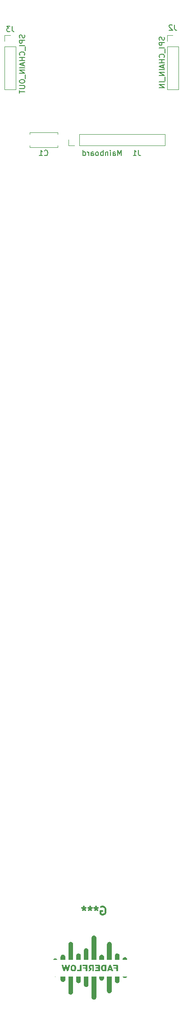
<source format=gbr>
%TF.GenerationSoftware,KiCad,Pcbnew,9.0.3*%
%TF.CreationDate,2026-02-21T11:27:50+01:00*%
%TF.ProjectId,Channel,4368616e-6e65-46c2-9e6b-696361645f70,rev?*%
%TF.SameCoordinates,Original*%
%TF.FileFunction,Legend,Bot*%
%TF.FilePolarity,Positive*%
%FSLAX46Y46*%
G04 Gerber Fmt 4.6, Leading zero omitted, Abs format (unit mm)*
G04 Created by KiCad (PCBNEW 9.0.3) date 2026-02-21 11:27:50*
%MOMM*%
%LPD*%
G01*
G04 APERTURE LIST*
%ADD10C,0.150000*%
%ADD11C,0.300000*%
%ADD12C,0.120000*%
%ADD13C,0.000000*%
G04 APERTURE END LIST*
D10*
X82833333Y-40454819D02*
X82833333Y-41169104D01*
X82833333Y-41169104D02*
X82880952Y-41311961D01*
X82880952Y-41311961D02*
X82976190Y-41407200D01*
X82976190Y-41407200D02*
X83119047Y-41454819D01*
X83119047Y-41454819D02*
X83214285Y-41454819D01*
X82404761Y-40550057D02*
X82357142Y-40502438D01*
X82357142Y-40502438D02*
X82261904Y-40454819D01*
X82261904Y-40454819D02*
X82023809Y-40454819D01*
X82023809Y-40454819D02*
X81928571Y-40502438D01*
X81928571Y-40502438D02*
X81880952Y-40550057D01*
X81880952Y-40550057D02*
X81833333Y-40645295D01*
X81833333Y-40645295D02*
X81833333Y-40740533D01*
X81833333Y-40740533D02*
X81880952Y-40883390D01*
X81880952Y-40883390D02*
X82452380Y-41454819D01*
X82452380Y-41454819D02*
X81833333Y-41454819D01*
X80907200Y-42738096D02*
X80954819Y-42880953D01*
X80954819Y-42880953D02*
X80954819Y-43119048D01*
X80954819Y-43119048D02*
X80907200Y-43214286D01*
X80907200Y-43214286D02*
X80859580Y-43261905D01*
X80859580Y-43261905D02*
X80764342Y-43309524D01*
X80764342Y-43309524D02*
X80669104Y-43309524D01*
X80669104Y-43309524D02*
X80573866Y-43261905D01*
X80573866Y-43261905D02*
X80526247Y-43214286D01*
X80526247Y-43214286D02*
X80478628Y-43119048D01*
X80478628Y-43119048D02*
X80431009Y-42928572D01*
X80431009Y-42928572D02*
X80383390Y-42833334D01*
X80383390Y-42833334D02*
X80335771Y-42785715D01*
X80335771Y-42785715D02*
X80240533Y-42738096D01*
X80240533Y-42738096D02*
X80145295Y-42738096D01*
X80145295Y-42738096D02*
X80050057Y-42785715D01*
X80050057Y-42785715D02*
X80002438Y-42833334D01*
X80002438Y-42833334D02*
X79954819Y-42928572D01*
X79954819Y-42928572D02*
X79954819Y-43166667D01*
X79954819Y-43166667D02*
X80002438Y-43309524D01*
X80954819Y-43738096D02*
X79954819Y-43738096D01*
X79954819Y-43738096D02*
X79954819Y-44119048D01*
X79954819Y-44119048D02*
X80002438Y-44214286D01*
X80002438Y-44214286D02*
X80050057Y-44261905D01*
X80050057Y-44261905D02*
X80145295Y-44309524D01*
X80145295Y-44309524D02*
X80288152Y-44309524D01*
X80288152Y-44309524D02*
X80383390Y-44261905D01*
X80383390Y-44261905D02*
X80431009Y-44214286D01*
X80431009Y-44214286D02*
X80478628Y-44119048D01*
X80478628Y-44119048D02*
X80478628Y-43738096D01*
X80954819Y-44738096D02*
X79954819Y-44738096D01*
X81050057Y-44976191D02*
X81050057Y-45738095D01*
X80859580Y-46547619D02*
X80907200Y-46500000D01*
X80907200Y-46500000D02*
X80954819Y-46357143D01*
X80954819Y-46357143D02*
X80954819Y-46261905D01*
X80954819Y-46261905D02*
X80907200Y-46119048D01*
X80907200Y-46119048D02*
X80811961Y-46023810D01*
X80811961Y-46023810D02*
X80716723Y-45976191D01*
X80716723Y-45976191D02*
X80526247Y-45928572D01*
X80526247Y-45928572D02*
X80383390Y-45928572D01*
X80383390Y-45928572D02*
X80192914Y-45976191D01*
X80192914Y-45976191D02*
X80097676Y-46023810D01*
X80097676Y-46023810D02*
X80002438Y-46119048D01*
X80002438Y-46119048D02*
X79954819Y-46261905D01*
X79954819Y-46261905D02*
X79954819Y-46357143D01*
X79954819Y-46357143D02*
X80002438Y-46500000D01*
X80002438Y-46500000D02*
X80050057Y-46547619D01*
X80954819Y-46976191D02*
X79954819Y-46976191D01*
X80431009Y-46976191D02*
X80431009Y-47547619D01*
X80954819Y-47547619D02*
X79954819Y-47547619D01*
X80669104Y-47976191D02*
X80669104Y-48452381D01*
X80954819Y-47880953D02*
X79954819Y-48214286D01*
X79954819Y-48214286D02*
X80954819Y-48547619D01*
X80954819Y-48880953D02*
X79954819Y-48880953D01*
X80954819Y-49357143D02*
X79954819Y-49357143D01*
X79954819Y-49357143D02*
X80954819Y-49928571D01*
X80954819Y-49928571D02*
X79954819Y-49928571D01*
X81050057Y-50166667D02*
X81050057Y-50928571D01*
X80954819Y-51166667D02*
X79954819Y-51166667D01*
X80954819Y-51642857D02*
X79954819Y-51642857D01*
X79954819Y-51642857D02*
X80954819Y-52214285D01*
X80954819Y-52214285D02*
X79954819Y-52214285D01*
X76083333Y-63954819D02*
X76083333Y-64669104D01*
X76083333Y-64669104D02*
X76130952Y-64811961D01*
X76130952Y-64811961D02*
X76226190Y-64907200D01*
X76226190Y-64907200D02*
X76369047Y-64954819D01*
X76369047Y-64954819D02*
X76464285Y-64954819D01*
X75083333Y-64954819D02*
X75654761Y-64954819D01*
X75369047Y-64954819D02*
X75369047Y-63954819D01*
X75369047Y-63954819D02*
X75464285Y-64097676D01*
X75464285Y-64097676D02*
X75559523Y-64192914D01*
X75559523Y-64192914D02*
X75654761Y-64240533D01*
X72845237Y-64954819D02*
X72845237Y-63954819D01*
X72845237Y-63954819D02*
X72511904Y-64669104D01*
X72511904Y-64669104D02*
X72178571Y-63954819D01*
X72178571Y-63954819D02*
X72178571Y-64954819D01*
X71273809Y-64954819D02*
X71273809Y-64431009D01*
X71273809Y-64431009D02*
X71321428Y-64335771D01*
X71321428Y-64335771D02*
X71416666Y-64288152D01*
X71416666Y-64288152D02*
X71607142Y-64288152D01*
X71607142Y-64288152D02*
X71702380Y-64335771D01*
X71273809Y-64907200D02*
X71369047Y-64954819D01*
X71369047Y-64954819D02*
X71607142Y-64954819D01*
X71607142Y-64954819D02*
X71702380Y-64907200D01*
X71702380Y-64907200D02*
X71749999Y-64811961D01*
X71749999Y-64811961D02*
X71749999Y-64716723D01*
X71749999Y-64716723D02*
X71702380Y-64621485D01*
X71702380Y-64621485D02*
X71607142Y-64573866D01*
X71607142Y-64573866D02*
X71369047Y-64573866D01*
X71369047Y-64573866D02*
X71273809Y-64526247D01*
X70797618Y-64954819D02*
X70797618Y-64288152D01*
X70797618Y-63954819D02*
X70845237Y-64002438D01*
X70845237Y-64002438D02*
X70797618Y-64050057D01*
X70797618Y-64050057D02*
X70749999Y-64002438D01*
X70749999Y-64002438D02*
X70797618Y-63954819D01*
X70797618Y-63954819D02*
X70797618Y-64050057D01*
X70321428Y-64288152D02*
X70321428Y-64954819D01*
X70321428Y-64383390D02*
X70273809Y-64335771D01*
X70273809Y-64335771D02*
X70178571Y-64288152D01*
X70178571Y-64288152D02*
X70035714Y-64288152D01*
X70035714Y-64288152D02*
X69940476Y-64335771D01*
X69940476Y-64335771D02*
X69892857Y-64431009D01*
X69892857Y-64431009D02*
X69892857Y-64954819D01*
X69416666Y-64954819D02*
X69416666Y-63954819D01*
X69416666Y-64335771D02*
X69321428Y-64288152D01*
X69321428Y-64288152D02*
X69130952Y-64288152D01*
X69130952Y-64288152D02*
X69035714Y-64335771D01*
X69035714Y-64335771D02*
X68988095Y-64383390D01*
X68988095Y-64383390D02*
X68940476Y-64478628D01*
X68940476Y-64478628D02*
X68940476Y-64764342D01*
X68940476Y-64764342D02*
X68988095Y-64859580D01*
X68988095Y-64859580D02*
X69035714Y-64907200D01*
X69035714Y-64907200D02*
X69130952Y-64954819D01*
X69130952Y-64954819D02*
X69321428Y-64954819D01*
X69321428Y-64954819D02*
X69416666Y-64907200D01*
X68369047Y-64954819D02*
X68464285Y-64907200D01*
X68464285Y-64907200D02*
X68511904Y-64859580D01*
X68511904Y-64859580D02*
X68559523Y-64764342D01*
X68559523Y-64764342D02*
X68559523Y-64478628D01*
X68559523Y-64478628D02*
X68511904Y-64383390D01*
X68511904Y-64383390D02*
X68464285Y-64335771D01*
X68464285Y-64335771D02*
X68369047Y-64288152D01*
X68369047Y-64288152D02*
X68226190Y-64288152D01*
X68226190Y-64288152D02*
X68130952Y-64335771D01*
X68130952Y-64335771D02*
X68083333Y-64383390D01*
X68083333Y-64383390D02*
X68035714Y-64478628D01*
X68035714Y-64478628D02*
X68035714Y-64764342D01*
X68035714Y-64764342D02*
X68083333Y-64859580D01*
X68083333Y-64859580D02*
X68130952Y-64907200D01*
X68130952Y-64907200D02*
X68226190Y-64954819D01*
X68226190Y-64954819D02*
X68369047Y-64954819D01*
X67178571Y-64954819D02*
X67178571Y-64431009D01*
X67178571Y-64431009D02*
X67226190Y-64335771D01*
X67226190Y-64335771D02*
X67321428Y-64288152D01*
X67321428Y-64288152D02*
X67511904Y-64288152D01*
X67511904Y-64288152D02*
X67607142Y-64335771D01*
X67178571Y-64907200D02*
X67273809Y-64954819D01*
X67273809Y-64954819D02*
X67511904Y-64954819D01*
X67511904Y-64954819D02*
X67607142Y-64907200D01*
X67607142Y-64907200D02*
X67654761Y-64811961D01*
X67654761Y-64811961D02*
X67654761Y-64716723D01*
X67654761Y-64716723D02*
X67607142Y-64621485D01*
X67607142Y-64621485D02*
X67511904Y-64573866D01*
X67511904Y-64573866D02*
X67273809Y-64573866D01*
X67273809Y-64573866D02*
X67178571Y-64526247D01*
X66702380Y-64954819D02*
X66702380Y-64288152D01*
X66702380Y-64478628D02*
X66654761Y-64383390D01*
X66654761Y-64383390D02*
X66607142Y-64335771D01*
X66607142Y-64335771D02*
X66511904Y-64288152D01*
X66511904Y-64288152D02*
X66416666Y-64288152D01*
X65654761Y-64954819D02*
X65654761Y-63954819D01*
X65654761Y-64907200D02*
X65749999Y-64954819D01*
X65749999Y-64954819D02*
X65940475Y-64954819D01*
X65940475Y-64954819D02*
X66035713Y-64907200D01*
X66035713Y-64907200D02*
X66083332Y-64859580D01*
X66083332Y-64859580D02*
X66130951Y-64764342D01*
X66130951Y-64764342D02*
X66130951Y-64478628D01*
X66130951Y-64478628D02*
X66083332Y-64383390D01*
X66083332Y-64383390D02*
X66035713Y-64335771D01*
X66035713Y-64335771D02*
X65940475Y-64288152D01*
X65940475Y-64288152D02*
X65749999Y-64288152D01*
X65749999Y-64288152D02*
X65654761Y-64335771D01*
X58416666Y-64859580D02*
X58464285Y-64907200D01*
X58464285Y-64907200D02*
X58607142Y-64954819D01*
X58607142Y-64954819D02*
X58702380Y-64954819D01*
X58702380Y-64954819D02*
X58845237Y-64907200D01*
X58845237Y-64907200D02*
X58940475Y-64811961D01*
X58940475Y-64811961D02*
X58988094Y-64716723D01*
X58988094Y-64716723D02*
X59035713Y-64526247D01*
X59035713Y-64526247D02*
X59035713Y-64383390D01*
X59035713Y-64383390D02*
X58988094Y-64192914D01*
X58988094Y-64192914D02*
X58940475Y-64097676D01*
X58940475Y-64097676D02*
X58845237Y-64002438D01*
X58845237Y-64002438D02*
X58702380Y-63954819D01*
X58702380Y-63954819D02*
X58607142Y-63954819D01*
X58607142Y-63954819D02*
X58464285Y-64002438D01*
X58464285Y-64002438D02*
X58416666Y-64050057D01*
X57464285Y-64954819D02*
X58035713Y-64954819D01*
X57749999Y-64954819D02*
X57749999Y-63954819D01*
X57749999Y-63954819D02*
X57845237Y-64097676D01*
X57845237Y-64097676D02*
X57940475Y-64192914D01*
X57940475Y-64192914D02*
X58035713Y-64240533D01*
X52333333Y-40704819D02*
X52333333Y-41419104D01*
X52333333Y-41419104D02*
X52380952Y-41561961D01*
X52380952Y-41561961D02*
X52476190Y-41657200D01*
X52476190Y-41657200D02*
X52619047Y-41704819D01*
X52619047Y-41704819D02*
X52714285Y-41704819D01*
X51952380Y-40704819D02*
X51333333Y-40704819D01*
X51333333Y-40704819D02*
X51666666Y-41085771D01*
X51666666Y-41085771D02*
X51523809Y-41085771D01*
X51523809Y-41085771D02*
X51428571Y-41133390D01*
X51428571Y-41133390D02*
X51380952Y-41181009D01*
X51380952Y-41181009D02*
X51333333Y-41276247D01*
X51333333Y-41276247D02*
X51333333Y-41514342D01*
X51333333Y-41514342D02*
X51380952Y-41609580D01*
X51380952Y-41609580D02*
X51428571Y-41657200D01*
X51428571Y-41657200D02*
X51523809Y-41704819D01*
X51523809Y-41704819D02*
X51809523Y-41704819D01*
X51809523Y-41704819D02*
X51904761Y-41657200D01*
X51904761Y-41657200D02*
X51952380Y-41609580D01*
X54657200Y-42321429D02*
X54704819Y-42464286D01*
X54704819Y-42464286D02*
X54704819Y-42702381D01*
X54704819Y-42702381D02*
X54657200Y-42797619D01*
X54657200Y-42797619D02*
X54609580Y-42845238D01*
X54609580Y-42845238D02*
X54514342Y-42892857D01*
X54514342Y-42892857D02*
X54419104Y-42892857D01*
X54419104Y-42892857D02*
X54323866Y-42845238D01*
X54323866Y-42845238D02*
X54276247Y-42797619D01*
X54276247Y-42797619D02*
X54228628Y-42702381D01*
X54228628Y-42702381D02*
X54181009Y-42511905D01*
X54181009Y-42511905D02*
X54133390Y-42416667D01*
X54133390Y-42416667D02*
X54085771Y-42369048D01*
X54085771Y-42369048D02*
X53990533Y-42321429D01*
X53990533Y-42321429D02*
X53895295Y-42321429D01*
X53895295Y-42321429D02*
X53800057Y-42369048D01*
X53800057Y-42369048D02*
X53752438Y-42416667D01*
X53752438Y-42416667D02*
X53704819Y-42511905D01*
X53704819Y-42511905D02*
X53704819Y-42750000D01*
X53704819Y-42750000D02*
X53752438Y-42892857D01*
X54704819Y-43321429D02*
X53704819Y-43321429D01*
X53704819Y-43321429D02*
X53704819Y-43702381D01*
X53704819Y-43702381D02*
X53752438Y-43797619D01*
X53752438Y-43797619D02*
X53800057Y-43845238D01*
X53800057Y-43845238D02*
X53895295Y-43892857D01*
X53895295Y-43892857D02*
X54038152Y-43892857D01*
X54038152Y-43892857D02*
X54133390Y-43845238D01*
X54133390Y-43845238D02*
X54181009Y-43797619D01*
X54181009Y-43797619D02*
X54228628Y-43702381D01*
X54228628Y-43702381D02*
X54228628Y-43321429D01*
X54704819Y-44321429D02*
X53704819Y-44321429D01*
X54800057Y-44559524D02*
X54800057Y-45321428D01*
X54609580Y-46130952D02*
X54657200Y-46083333D01*
X54657200Y-46083333D02*
X54704819Y-45940476D01*
X54704819Y-45940476D02*
X54704819Y-45845238D01*
X54704819Y-45845238D02*
X54657200Y-45702381D01*
X54657200Y-45702381D02*
X54561961Y-45607143D01*
X54561961Y-45607143D02*
X54466723Y-45559524D01*
X54466723Y-45559524D02*
X54276247Y-45511905D01*
X54276247Y-45511905D02*
X54133390Y-45511905D01*
X54133390Y-45511905D02*
X53942914Y-45559524D01*
X53942914Y-45559524D02*
X53847676Y-45607143D01*
X53847676Y-45607143D02*
X53752438Y-45702381D01*
X53752438Y-45702381D02*
X53704819Y-45845238D01*
X53704819Y-45845238D02*
X53704819Y-45940476D01*
X53704819Y-45940476D02*
X53752438Y-46083333D01*
X53752438Y-46083333D02*
X53800057Y-46130952D01*
X54704819Y-46559524D02*
X53704819Y-46559524D01*
X54181009Y-46559524D02*
X54181009Y-47130952D01*
X54704819Y-47130952D02*
X53704819Y-47130952D01*
X54419104Y-47559524D02*
X54419104Y-48035714D01*
X54704819Y-47464286D02*
X53704819Y-47797619D01*
X53704819Y-47797619D02*
X54704819Y-48130952D01*
X54704819Y-48464286D02*
X53704819Y-48464286D01*
X54704819Y-48940476D02*
X53704819Y-48940476D01*
X53704819Y-48940476D02*
X54704819Y-49511904D01*
X54704819Y-49511904D02*
X53704819Y-49511904D01*
X54800057Y-49750000D02*
X54800057Y-50511904D01*
X53704819Y-50940476D02*
X53704819Y-51130952D01*
X53704819Y-51130952D02*
X53752438Y-51226190D01*
X53752438Y-51226190D02*
X53847676Y-51321428D01*
X53847676Y-51321428D02*
X54038152Y-51369047D01*
X54038152Y-51369047D02*
X54371485Y-51369047D01*
X54371485Y-51369047D02*
X54561961Y-51321428D01*
X54561961Y-51321428D02*
X54657200Y-51226190D01*
X54657200Y-51226190D02*
X54704819Y-51130952D01*
X54704819Y-51130952D02*
X54704819Y-50940476D01*
X54704819Y-50940476D02*
X54657200Y-50845238D01*
X54657200Y-50845238D02*
X54561961Y-50750000D01*
X54561961Y-50750000D02*
X54371485Y-50702381D01*
X54371485Y-50702381D02*
X54038152Y-50702381D01*
X54038152Y-50702381D02*
X53847676Y-50750000D01*
X53847676Y-50750000D02*
X53752438Y-50845238D01*
X53752438Y-50845238D02*
X53704819Y-50940476D01*
X53704819Y-51797619D02*
X54514342Y-51797619D01*
X54514342Y-51797619D02*
X54609580Y-51845238D01*
X54609580Y-51845238D02*
X54657200Y-51892857D01*
X54657200Y-51892857D02*
X54704819Y-51988095D01*
X54704819Y-51988095D02*
X54704819Y-52178571D01*
X54704819Y-52178571D02*
X54657200Y-52273809D01*
X54657200Y-52273809D02*
X54609580Y-52321428D01*
X54609580Y-52321428D02*
X54514342Y-52369047D01*
X54514342Y-52369047D02*
X53704819Y-52369047D01*
X53704819Y-52702381D02*
X53704819Y-53273809D01*
X54704819Y-52988095D02*
X53704819Y-52988095D01*
D11*
X69046011Y-205749757D02*
X69188869Y-205678328D01*
X69188869Y-205678328D02*
X69403154Y-205678328D01*
X69403154Y-205678328D02*
X69617440Y-205749757D01*
X69617440Y-205749757D02*
X69760297Y-205892614D01*
X69760297Y-205892614D02*
X69831726Y-206035471D01*
X69831726Y-206035471D02*
X69903154Y-206321185D01*
X69903154Y-206321185D02*
X69903154Y-206535471D01*
X69903154Y-206535471D02*
X69831726Y-206821185D01*
X69831726Y-206821185D02*
X69760297Y-206964042D01*
X69760297Y-206964042D02*
X69617440Y-207106900D01*
X69617440Y-207106900D02*
X69403154Y-207178328D01*
X69403154Y-207178328D02*
X69260297Y-207178328D01*
X69260297Y-207178328D02*
X69046011Y-207106900D01*
X69046011Y-207106900D02*
X68974583Y-207035471D01*
X68974583Y-207035471D02*
X68974583Y-206535471D01*
X68974583Y-206535471D02*
X69260297Y-206535471D01*
X68117440Y-205678328D02*
X68117440Y-206035471D01*
X68474583Y-205892614D02*
X68117440Y-206035471D01*
X68117440Y-206035471D02*
X67760297Y-205892614D01*
X68331726Y-206321185D02*
X68117440Y-206035471D01*
X68117440Y-206035471D02*
X67903154Y-206321185D01*
X66974583Y-205678328D02*
X66974583Y-206035471D01*
X67331726Y-205892614D02*
X66974583Y-206035471D01*
X66974583Y-206035471D02*
X66617440Y-205892614D01*
X67188869Y-206321185D02*
X66974583Y-206035471D01*
X66974583Y-206035471D02*
X66760297Y-206321185D01*
X65831726Y-205678328D02*
X65831726Y-206035471D01*
X66188869Y-205892614D02*
X65831726Y-206035471D01*
X65831726Y-206035471D02*
X65474583Y-205892614D01*
X66046012Y-206321185D02*
X65831726Y-206035471D01*
X65831726Y-206035471D02*
X65617440Y-206321185D01*
D12*
%TO.C,J2*%
X83560000Y-44500000D02*
X83560000Y-52560000D01*
X83560000Y-44500000D02*
X81440000Y-44500000D01*
X83560000Y-52560000D02*
X81440000Y-52560000D01*
X82500000Y-42440000D02*
X81440000Y-42440000D01*
X81440000Y-42440000D02*
X81440000Y-43500000D01*
X81440000Y-44500000D02*
X81440000Y-52560000D01*
%TO.C,J1*%
X81060000Y-60940000D02*
X81060000Y-63060000D01*
X65000000Y-60940000D02*
X81060000Y-60940000D01*
X65000000Y-60940000D02*
X65000000Y-63060000D01*
X65000000Y-63060000D02*
X81060000Y-63060000D01*
X62940000Y-62000000D02*
X62940000Y-63060000D01*
X62940000Y-63060000D02*
X64000000Y-63060000D01*
%TO.C,C1*%
X60870000Y-60630000D02*
X55630000Y-60630000D01*
X60870000Y-60967000D02*
X60870000Y-60630000D01*
X60870000Y-63370000D02*
X60870000Y-63033000D01*
X55630000Y-60630000D02*
X55630000Y-60967000D01*
X55630000Y-63033000D02*
X55630000Y-63370000D01*
X55630000Y-63370000D02*
X60870000Y-63370000D01*
%TO.C,J3*%
X53060000Y-44500000D02*
X53060000Y-52560000D01*
X53060000Y-44500000D02*
X50940000Y-44500000D01*
X53060000Y-52560000D02*
X50940000Y-52560000D01*
X52000000Y-42440000D02*
X50940000Y-42440000D01*
X50940000Y-42440000D02*
X50940000Y-43500000D01*
X50940000Y-44500000D02*
X50940000Y-52560000D01*
D13*
%TO.C,G\u002A\u002A\u002A*%
G36*
X60475920Y-218766890D02*
G01*
X60520759Y-218767616D01*
X60554300Y-218768957D01*
X60577294Y-218770981D01*
X60590492Y-218773759D01*
X60594647Y-218777360D01*
X60590509Y-218781855D01*
X60588758Y-218782737D01*
X60575715Y-218787190D01*
X60554750Y-218793025D01*
X60529408Y-218799382D01*
X60503236Y-218805397D01*
X60479777Y-218810210D01*
X60462578Y-218812958D01*
X60444333Y-218814026D01*
X60405523Y-218812426D01*
X60361851Y-218806800D01*
X60317726Y-218797615D01*
X60294540Y-218791473D01*
X60273419Y-218784791D01*
X60262323Y-218779347D01*
X60261633Y-218775036D01*
X60271731Y-218771750D01*
X60292998Y-218769381D01*
X60325817Y-218767821D01*
X60370569Y-218766964D01*
X60427636Y-218766703D01*
X60475920Y-218766890D01*
G37*
G36*
X66691868Y-219557479D02*
G01*
X66691868Y-220345272D01*
X66674461Y-220399274D01*
X66673360Y-220402629D01*
X66661169Y-220435210D01*
X66646340Y-220469196D01*
X66631834Y-220497749D01*
X66612144Y-220529047D01*
X66566533Y-220584043D01*
X66511979Y-220631178D01*
X66449767Y-220669585D01*
X66381180Y-220698397D01*
X66307501Y-220716749D01*
X66302279Y-220717603D01*
X66263321Y-220721685D01*
X66224695Y-220721006D01*
X66182488Y-220715286D01*
X66132789Y-220704245D01*
X66113352Y-220698036D01*
X66083516Y-220685846D01*
X66050593Y-220670383D01*
X66018348Y-220653530D01*
X65990545Y-220637173D01*
X65970947Y-220623197D01*
X65957401Y-220611272D01*
X65935659Y-220590869D01*
X65915184Y-220570342D01*
X65898024Y-220551843D01*
X65886226Y-220537526D01*
X65881838Y-220529541D01*
X65879965Y-220524371D01*
X65872922Y-220510871D01*
X65862442Y-220493045D01*
X65859448Y-220487911D01*
X65847678Y-220464283D01*
X65835214Y-220435119D01*
X65824299Y-220405563D01*
X65805550Y-220349603D01*
X65807163Y-219559644D01*
X65808777Y-218769685D01*
X66250322Y-218769685D01*
X66691868Y-218769685D01*
X66691868Y-219557479D01*
G37*
G36*
X60470434Y-215366161D02*
G01*
X60485895Y-215368518D01*
X60563354Y-215386844D01*
X60632992Y-215415079D01*
X60695207Y-215453460D01*
X60750391Y-215502220D01*
X60798942Y-215561595D01*
X60804448Y-215569591D01*
X60815604Y-215587821D01*
X60819658Y-215599471D01*
X60817534Y-215606793D01*
X60815812Y-215607965D01*
X60809723Y-215609624D01*
X60798775Y-215611025D01*
X60782095Y-215612187D01*
X60758811Y-215613130D01*
X60728053Y-215613871D01*
X60688948Y-215614431D01*
X60640625Y-215614828D01*
X60582210Y-215615082D01*
X60512834Y-215615211D01*
X60431623Y-215615235D01*
X60403581Y-215615216D01*
X60326964Y-215615027D01*
X60257897Y-215614649D01*
X60197114Y-215614094D01*
X60145354Y-215613374D01*
X60103352Y-215612501D01*
X60071847Y-215611485D01*
X60051573Y-215610340D01*
X60043269Y-215609076D01*
X60039611Y-215606421D01*
X60037112Y-215599880D01*
X60042672Y-215588525D01*
X60049572Y-215577049D01*
X60058555Y-215561394D01*
X60065696Y-215550333D01*
X60083520Y-215528121D01*
X60106556Y-215503218D01*
X60131829Y-215478770D01*
X60156365Y-215457924D01*
X60176022Y-215443658D01*
X60230961Y-215412019D01*
X60290832Y-215387585D01*
X60352675Y-215371221D01*
X60413529Y-215363791D01*
X60470434Y-215366161D01*
G37*
G36*
X72506659Y-219177031D02*
G01*
X72506902Y-219240230D01*
X72507135Y-219314149D01*
X72507243Y-219377215D01*
X72507203Y-219430487D01*
X72506992Y-219475026D01*
X72506585Y-219511889D01*
X72505959Y-219542136D01*
X72505091Y-219566826D01*
X72503957Y-219587018D01*
X72502534Y-219603771D01*
X72500798Y-219618145D01*
X72498726Y-219631198D01*
X72496294Y-219643990D01*
X72489478Y-219673279D01*
X72464281Y-219744793D01*
X72428587Y-219809560D01*
X72382905Y-219866897D01*
X72327741Y-219916122D01*
X72263604Y-219956554D01*
X72261329Y-219957728D01*
X72224260Y-219973843D01*
X72180493Y-219988623D01*
X72135623Y-220000377D01*
X72095245Y-220007415D01*
X72088501Y-220007973D01*
X72061468Y-220007810D01*
X72028652Y-220005072D01*
X71993131Y-220000287D01*
X71957985Y-219993988D01*
X71926294Y-219986704D01*
X71901135Y-219978965D01*
X71885590Y-219971302D01*
X71879602Y-219967348D01*
X71863818Y-219958335D01*
X71844294Y-219948155D01*
X71832488Y-219942020D01*
X71816492Y-219932481D01*
X71799575Y-219920482D01*
X71778924Y-219903980D01*
X71751723Y-219880932D01*
X71731779Y-219861143D01*
X71703735Y-219825467D01*
X71677147Y-219783374D01*
X71654183Y-219738399D01*
X71637012Y-219694072D01*
X71621933Y-219646423D01*
X71621933Y-219208054D01*
X71621933Y-218769685D01*
X72063479Y-218769685D01*
X72505025Y-218769685D01*
X72506659Y-219177031D01*
G37*
G36*
X65238625Y-219177031D02*
G01*
X65238868Y-219240230D01*
X65239101Y-219314149D01*
X65239209Y-219377215D01*
X65239169Y-219430487D01*
X65238958Y-219475026D01*
X65238551Y-219511889D01*
X65237925Y-219542136D01*
X65237057Y-219566826D01*
X65235923Y-219587018D01*
X65234500Y-219603771D01*
X65232764Y-219618145D01*
X65230692Y-219631198D01*
X65228260Y-219643990D01*
X65221444Y-219673279D01*
X65196247Y-219744793D01*
X65160553Y-219809560D01*
X65114871Y-219866897D01*
X65059707Y-219916122D01*
X64995570Y-219956554D01*
X64993295Y-219957728D01*
X64956226Y-219973843D01*
X64912459Y-219988623D01*
X64867589Y-220000377D01*
X64827211Y-220007415D01*
X64820467Y-220007973D01*
X64793434Y-220007810D01*
X64760618Y-220005072D01*
X64725097Y-220000287D01*
X64689951Y-219993988D01*
X64658260Y-219986704D01*
X64633101Y-219978965D01*
X64617556Y-219971302D01*
X64611567Y-219967348D01*
X64595784Y-219958335D01*
X64576260Y-219948155D01*
X64564454Y-219942020D01*
X64548458Y-219932481D01*
X64531541Y-219920482D01*
X64510890Y-219903980D01*
X64483689Y-219880932D01*
X64463745Y-219861143D01*
X64435701Y-219825467D01*
X64409113Y-219783374D01*
X64386149Y-219738399D01*
X64368978Y-219694072D01*
X64353899Y-219646423D01*
X64353899Y-219208054D01*
X64353899Y-218769685D01*
X64795445Y-218769685D01*
X65236991Y-218769685D01*
X65238625Y-219177031D01*
G37*
G36*
X73540069Y-215132637D02*
G01*
X73570429Y-215133834D01*
X73595255Y-215136644D01*
X73618826Y-215141615D01*
X73645420Y-215149297D01*
X73655463Y-215152525D01*
X73679883Y-215161158D01*
X73699036Y-215169022D01*
X73709452Y-215174738D01*
X73716071Y-215179608D01*
X73724677Y-215183316D01*
X73731968Y-215186409D01*
X73746677Y-215194814D01*
X73765473Y-215206668D01*
X73786601Y-215221375D01*
X73840101Y-215268276D01*
X73884019Y-215323033D01*
X73918762Y-215386217D01*
X73944734Y-215458396D01*
X73949518Y-215477624D01*
X73955276Y-215507816D01*
X73959671Y-215539033D01*
X73962332Y-215567921D01*
X73962889Y-215591130D01*
X73960971Y-215605307D01*
X73959459Y-215607171D01*
X73955667Y-215608878D01*
X73948770Y-215610318D01*
X73937893Y-215611510D01*
X73922165Y-215612470D01*
X73900712Y-215613214D01*
X73872662Y-215613759D01*
X73837142Y-215614122D01*
X73793280Y-215614319D01*
X73740202Y-215614368D01*
X73677037Y-215614285D01*
X73602910Y-215614086D01*
X73516951Y-215613788D01*
X73076811Y-215612156D01*
X73076905Y-215548624D01*
X73078046Y-215516022D01*
X73087027Y-215456872D01*
X73105842Y-215400988D01*
X73135569Y-215344628D01*
X73151833Y-215319777D01*
X73198648Y-215262871D01*
X73253121Y-215215744D01*
X73315944Y-215177858D01*
X73387811Y-215148674D01*
X73404537Y-215143485D01*
X73427203Y-215137893D01*
X73450358Y-215134539D01*
X73478069Y-215132903D01*
X73514402Y-215132463D01*
X73540069Y-215132637D01*
G37*
G36*
X73535720Y-218766513D02*
G01*
X73622735Y-218766656D01*
X73699328Y-218766993D01*
X73765171Y-218767518D01*
X73819938Y-218768226D01*
X73863305Y-218769112D01*
X73894945Y-218770171D01*
X73914531Y-218771398D01*
X73921738Y-218772788D01*
X73921370Y-218781702D01*
X73915387Y-218799014D01*
X73904770Y-218822005D01*
X73890590Y-218848085D01*
X73877879Y-218866383D01*
X73858708Y-218889090D01*
X73835569Y-218913526D01*
X73810505Y-218937798D01*
X73785557Y-218960012D01*
X73762767Y-218978274D01*
X73744177Y-218990689D01*
X73731829Y-218995364D01*
X73731792Y-218995365D01*
X73722184Y-218999135D01*
X73708952Y-219007929D01*
X73694355Y-219016599D01*
X73680362Y-219020533D01*
X73680201Y-219020536D01*
X73665658Y-219023678D01*
X73648596Y-219030841D01*
X73633884Y-219036356D01*
X73610687Y-219042003D01*
X73585065Y-219046094D01*
X73572539Y-219047404D01*
X73492947Y-219049151D01*
X73417860Y-219039253D01*
X73347820Y-219017975D01*
X73283369Y-218985579D01*
X73225050Y-218942329D01*
X73173405Y-218888490D01*
X73128977Y-218824325D01*
X73127256Y-218821358D01*
X73116445Y-218800739D01*
X73109597Y-218784137D01*
X73108130Y-218774910D01*
X73110511Y-218773268D01*
X73117354Y-218771752D01*
X73129446Y-218770469D01*
X73147617Y-218769401D01*
X73172696Y-218768531D01*
X73205509Y-218767841D01*
X73246887Y-218767316D01*
X73297657Y-218766937D01*
X73358648Y-218766687D01*
X73430688Y-218766550D01*
X73514605Y-218766508D01*
X73535720Y-218766513D01*
G37*
G36*
X66259979Y-213463488D02*
G01*
X66281446Y-213466128D01*
X66310105Y-213470942D01*
X66339561Y-213476805D01*
X66393323Y-213491372D01*
X66440891Y-213509382D01*
X66479037Y-213529713D01*
X66506497Y-213547929D01*
X66528592Y-213563664D01*
X66545738Y-213577724D01*
X66561017Y-213592652D01*
X66577511Y-213610993D01*
X66611962Y-213653673D01*
X66638514Y-213694299D01*
X66659286Y-213736823D01*
X66676764Y-213785618D01*
X66691633Y-213833266D01*
X66693490Y-214716147D01*
X66693631Y-214788170D01*
X66693795Y-214890888D01*
X66693910Y-214989665D01*
X66693976Y-215083772D01*
X66693994Y-215172476D01*
X66693967Y-215255049D01*
X66693894Y-215330759D01*
X66693776Y-215398877D01*
X66693616Y-215458671D01*
X66693413Y-215509411D01*
X66693169Y-215550367D01*
X66692886Y-215580808D01*
X66692563Y-215600003D01*
X66692202Y-215607223D01*
X66691883Y-215607680D01*
X66687931Y-215609250D01*
X66679048Y-215610583D01*
X66664456Y-215611690D01*
X66643378Y-215612582D01*
X66615037Y-215613271D01*
X66578654Y-215613769D01*
X66533453Y-215614087D01*
X66478657Y-215614236D01*
X66413487Y-215614228D01*
X66337166Y-215614075D01*
X66248917Y-215613788D01*
X65808777Y-215612156D01*
X65807166Y-214723427D01*
X65805556Y-213834698D01*
X65823832Y-213779980D01*
X65840226Y-213736650D01*
X65875392Y-213668749D01*
X65918968Y-213610371D01*
X65970920Y-213561547D01*
X66031212Y-213522309D01*
X66099807Y-213492686D01*
X66176671Y-213472711D01*
X66195769Y-213469182D01*
X66221436Y-213464958D01*
X66241407Y-213463079D01*
X66259979Y-213463488D01*
G37*
G36*
X69178603Y-218766511D02*
G01*
X69265756Y-218766592D01*
X69341036Y-218766792D01*
X69405120Y-218767125D01*
X69458687Y-218767601D01*
X69502414Y-218768233D01*
X69536979Y-218769032D01*
X69563060Y-218770009D01*
X69581335Y-218771177D01*
X69592481Y-218772548D01*
X69597176Y-218774132D01*
X69598048Y-218775368D01*
X69600605Y-218784982D01*
X69602511Y-218803606D01*
X69603814Y-218832162D01*
X69604561Y-218871572D01*
X69604800Y-218922758D01*
X69604739Y-218947828D01*
X69603734Y-219018428D01*
X69601404Y-219078047D01*
X69597631Y-219127954D01*
X69592301Y-219169416D01*
X69585297Y-219203701D01*
X69576504Y-219232075D01*
X69568559Y-219251870D01*
X69533332Y-219318887D01*
X69488603Y-219377786D01*
X69434978Y-219428065D01*
X69373063Y-219469222D01*
X69303464Y-219500755D01*
X69226786Y-219522162D01*
X69178590Y-219527729D01*
X69119225Y-219525732D01*
X69058531Y-219515540D01*
X69000314Y-219497821D01*
X68948382Y-219473246D01*
X68929754Y-219462017D01*
X68876115Y-219424515D01*
X68832198Y-219384221D01*
X68795719Y-219338808D01*
X68764391Y-219285950D01*
X68761969Y-219281217D01*
X68751364Y-219259433D01*
X68743035Y-219239410D01*
X68736141Y-219218283D01*
X68729845Y-219193188D01*
X68723307Y-219161261D01*
X68715689Y-219119638D01*
X68714874Y-219114341D01*
X68712722Y-219091971D01*
X68711050Y-219061712D01*
X68709851Y-219025625D01*
X68709119Y-218985768D01*
X68708850Y-218944199D01*
X68709037Y-218902978D01*
X68709675Y-218864162D01*
X68710758Y-218829811D01*
X68712282Y-218801983D01*
X68714239Y-218782737D01*
X68716625Y-218774132D01*
X68717167Y-218773749D01*
X68723279Y-218772215D01*
X68735998Y-218770892D01*
X68756000Y-218769769D01*
X68783965Y-218768833D01*
X68820569Y-218768074D01*
X68866490Y-218767479D01*
X68922406Y-218767037D01*
X68988994Y-218766735D01*
X69066933Y-218766563D01*
X69156901Y-218766508D01*
X69178603Y-218766511D01*
G37*
G36*
X69229794Y-214658688D02*
G01*
X69292730Y-214675852D01*
X69360202Y-214703840D01*
X69395543Y-214722503D01*
X69443657Y-214756063D01*
X69485637Y-214797223D01*
X69524376Y-214848533D01*
X69526903Y-214852354D01*
X69556251Y-214901848D01*
X69576852Y-214949105D01*
X69590344Y-214998703D01*
X69598365Y-215055219D01*
X69598952Y-215062009D01*
X69600696Y-215090466D01*
X69602138Y-215126906D01*
X69603283Y-215169740D01*
X69604133Y-215217376D01*
X69604691Y-215268221D01*
X69604962Y-215320685D01*
X69604948Y-215373177D01*
X69604653Y-215424105D01*
X69604081Y-215471877D01*
X69603234Y-215514902D01*
X69602117Y-215551590D01*
X69600733Y-215580348D01*
X69599084Y-215599584D01*
X69597176Y-215607709D01*
X69591053Y-215608994D01*
X69573254Y-215610323D01*
X69545141Y-215611512D01*
X69507986Y-215612558D01*
X69463059Y-215613461D01*
X69411633Y-215614219D01*
X69354979Y-215614831D01*
X69294369Y-215615294D01*
X69231073Y-215615608D01*
X69166365Y-215615771D01*
X69101515Y-215615781D01*
X69037794Y-215615638D01*
X68976475Y-215615338D01*
X68918829Y-215614881D01*
X68866128Y-215614266D01*
X68819642Y-215613490D01*
X68780644Y-215612553D01*
X68750405Y-215611453D01*
X68730197Y-215610187D01*
X68721290Y-215608756D01*
X68719651Y-215607787D01*
X68716865Y-215605143D01*
X68714612Y-215600523D01*
X68712836Y-215592733D01*
X68711480Y-215580583D01*
X68710487Y-215562879D01*
X68709802Y-215538430D01*
X68709367Y-215506043D01*
X68709126Y-215464526D01*
X68709023Y-215412688D01*
X68709002Y-215349335D01*
X68709126Y-215295870D01*
X68709574Y-215237158D01*
X68710318Y-215184308D01*
X68711327Y-215138688D01*
X68712569Y-215101668D01*
X68714014Y-215074616D01*
X68715629Y-215058901D01*
X68722508Y-215020947D01*
X68728932Y-214989163D01*
X68735093Y-214964283D01*
X68741828Y-214943361D01*
X68749976Y-214923451D01*
X68760374Y-214901606D01*
X68799464Y-214835858D01*
X68846626Y-214779905D01*
X68901788Y-214733807D01*
X68964887Y-214697610D01*
X69035858Y-214671357D01*
X69114638Y-214655093D01*
X69169815Y-214652034D01*
X69229794Y-214658688D01*
G37*
G36*
X61893455Y-218766509D02*
G01*
X61978001Y-218766548D01*
X62050838Y-218766662D01*
X62112821Y-218766867D01*
X62164811Y-218767182D01*
X62207663Y-218767624D01*
X62242236Y-218768211D01*
X62269388Y-218768962D01*
X62289976Y-218769893D01*
X62304859Y-218771024D01*
X62314894Y-218772371D01*
X62320939Y-218773953D01*
X62323852Y-218775788D01*
X62325151Y-218778750D01*
X62326752Y-218788182D01*
X62328003Y-218804415D01*
X62328916Y-218828293D01*
X62329506Y-218860658D01*
X62329786Y-218902354D01*
X62329769Y-218954223D01*
X62329469Y-219017111D01*
X62328899Y-219091858D01*
X62326245Y-219398649D01*
X62308385Y-219452651D01*
X62302244Y-219469691D01*
X62277672Y-219522586D01*
X62245829Y-219575129D01*
X62209573Y-219622414D01*
X62176137Y-219655178D01*
X62127276Y-219690933D01*
X62072013Y-219721140D01*
X62013671Y-219744027D01*
X61955575Y-219757821D01*
X61936226Y-219760064D01*
X61889922Y-219761500D01*
X61840228Y-219758828D01*
X61792395Y-219752438D01*
X61751672Y-219742717D01*
X61732101Y-219736219D01*
X61688266Y-219718680D01*
X61649912Y-219697917D01*
X61611836Y-219671273D01*
X61602662Y-219663824D01*
X61583515Y-219646570D01*
X61563057Y-219626503D01*
X61543424Y-219605903D01*
X61526754Y-219587046D01*
X61515184Y-219572209D01*
X61510853Y-219563672D01*
X61508756Y-219558154D01*
X61501477Y-219544454D01*
X61490787Y-219526415D01*
X61487649Y-219520994D01*
X61476092Y-219496745D01*
X61464415Y-219466925D01*
X61454724Y-219436768D01*
X61452437Y-219428537D01*
X61449056Y-219415634D01*
X61446262Y-219403023D01*
X61443988Y-219389404D01*
X61442163Y-219373479D01*
X61440718Y-219353945D01*
X61439585Y-219329505D01*
X61438693Y-219298858D01*
X61437975Y-219260704D01*
X61437360Y-219213744D01*
X61436779Y-219156677D01*
X61436164Y-219088204D01*
X61435784Y-219038468D01*
X61435494Y-218981142D01*
X61435387Y-218928455D01*
X61435458Y-218881752D01*
X61435700Y-218842377D01*
X61436109Y-218811674D01*
X61436680Y-218790988D01*
X61437406Y-218781663D01*
X61441210Y-218766508D01*
X61878680Y-218766508D01*
X61893455Y-218766509D01*
G37*
G36*
X65291800Y-216576650D02*
G01*
X65317063Y-216579837D01*
X65334707Y-216585178D01*
X65346317Y-216592966D01*
X65353478Y-216603492D01*
X65353561Y-216603686D01*
X65354946Y-216610828D01*
X65356166Y-216625345D01*
X65357228Y-216647769D01*
X65358140Y-216678635D01*
X65358908Y-216718474D01*
X65359538Y-216767821D01*
X65360039Y-216827209D01*
X65360416Y-216897170D01*
X65360677Y-216978237D01*
X65360829Y-217070945D01*
X65360878Y-217175825D01*
X65360878Y-217731918D01*
X65342307Y-217750489D01*
X65323736Y-217769059D01*
X64926174Y-217769059D01*
X64897247Y-217769059D01*
X64820433Y-217769038D01*
X64755043Y-217768967D01*
X64700120Y-217768817D01*
X64654706Y-217768558D01*
X64617846Y-217768162D01*
X64588583Y-217767598D01*
X64565959Y-217766838D01*
X64549018Y-217765853D01*
X64536803Y-217764612D01*
X64528357Y-217763087D01*
X64522724Y-217761249D01*
X64518946Y-217759068D01*
X64516067Y-217756515D01*
X64514700Y-217755120D01*
X64507388Y-217745950D01*
X64502281Y-217734752D01*
X64499080Y-217719395D01*
X64497487Y-217697747D01*
X64497202Y-217667676D01*
X64497928Y-217627050D01*
X64498121Y-217619408D01*
X64499281Y-217585583D01*
X64500883Y-217561863D01*
X64503230Y-217546059D01*
X64506622Y-217535980D01*
X64511361Y-217529436D01*
X64512394Y-217528472D01*
X64516401Y-217525854D01*
X64522587Y-217523694D01*
X64532123Y-217521938D01*
X64546177Y-217520531D01*
X64565920Y-217519419D01*
X64592522Y-217518546D01*
X64627151Y-217517857D01*
X64670977Y-217517299D01*
X64725170Y-217516815D01*
X64790901Y-217516353D01*
X64794687Y-217516328D01*
X64859956Y-217515857D01*
X64913723Y-217515354D01*
X64957131Y-217514767D01*
X64991326Y-217514046D01*
X65017449Y-217513138D01*
X65036646Y-217511993D01*
X65050060Y-217510560D01*
X65058835Y-217508787D01*
X65064115Y-217506624D01*
X65067043Y-217504020D01*
X65068181Y-217501252D01*
X65069649Y-217492655D01*
X65070907Y-217477982D01*
X65071969Y-217456497D01*
X65072847Y-217427462D01*
X65073554Y-217390142D01*
X65074104Y-217343799D01*
X65074509Y-217287696D01*
X65074782Y-217221098D01*
X65074936Y-217143267D01*
X65074985Y-217053467D01*
X65074985Y-216613490D01*
X65090302Y-216595664D01*
X65105620Y-216577839D01*
X65203071Y-216575745D01*
X65212076Y-216575566D01*
X65257332Y-216575324D01*
X65291800Y-216576650D01*
G37*
G36*
X61933084Y-214654434D02*
G01*
X61984164Y-214666070D01*
X61989547Y-214667860D01*
X62007665Y-214672900D01*
X62020220Y-214674970D01*
X62025445Y-214676126D01*
X62041040Y-214681950D01*
X62063038Y-214691568D01*
X62088457Y-214703725D01*
X62137838Y-214732698D01*
X62193546Y-214778257D01*
X62241251Y-214833096D01*
X62280261Y-214896388D01*
X62309881Y-214967308D01*
X62312275Y-214974587D01*
X62315595Y-214985408D01*
X62318341Y-214996291D01*
X62320581Y-215008498D01*
X62322387Y-215023296D01*
X62323830Y-215041948D01*
X62324981Y-215065718D01*
X62325910Y-215095872D01*
X62326689Y-215133674D01*
X62327388Y-215180388D01*
X62328078Y-215237279D01*
X62328830Y-215305611D01*
X62329349Y-215356863D01*
X62329851Y-215420504D01*
X62330051Y-215473006D01*
X62329932Y-215515292D01*
X62329482Y-215548286D01*
X62328684Y-215572910D01*
X62327525Y-215590088D01*
X62325989Y-215600743D01*
X62324063Y-215605798D01*
X62324049Y-215605815D01*
X62316054Y-215607830D01*
X62296635Y-215609639D01*
X62267061Y-215611238D01*
X62228602Y-215612629D01*
X62182529Y-215613811D01*
X62130111Y-215614783D01*
X62072618Y-215615545D01*
X62011320Y-215616096D01*
X61947487Y-215616436D01*
X61882389Y-215616565D01*
X61817297Y-215616482D01*
X61753479Y-215616186D01*
X61692206Y-215615677D01*
X61634748Y-215614955D01*
X61582375Y-215614019D01*
X61536356Y-215612869D01*
X61497962Y-215611504D01*
X61468463Y-215609924D01*
X61449128Y-215608129D01*
X61441228Y-215606117D01*
X61440773Y-215605419D01*
X61438946Y-215598563D01*
X61437508Y-215585033D01*
X61436444Y-215563967D01*
X61435740Y-215534504D01*
X61435381Y-215495783D01*
X61435352Y-215446943D01*
X61435639Y-215387122D01*
X61436225Y-215315459D01*
X61436232Y-215314743D01*
X61436888Y-215247416D01*
X61437521Y-215191484D01*
X61438198Y-215145645D01*
X61438985Y-215108601D01*
X61439951Y-215079052D01*
X61441161Y-215055698D01*
X61442685Y-215037239D01*
X61444588Y-215022377D01*
X61446939Y-215009810D01*
X61449803Y-214998241D01*
X61453250Y-214986368D01*
X61454845Y-214981156D01*
X61482081Y-214909470D01*
X61516661Y-214847316D01*
X61559480Y-214793330D01*
X61611437Y-214746149D01*
X61642128Y-214724623D01*
X61696873Y-214695229D01*
X61755796Y-214672985D01*
X61816444Y-214658420D01*
X61876358Y-214652060D01*
X61933084Y-214654434D01*
G37*
G36*
X72075076Y-214420957D02*
G01*
X72107007Y-214421459D01*
X72131127Y-214423021D01*
X72151151Y-214426164D01*
X72170794Y-214431406D01*
X72193771Y-214439269D01*
X72223633Y-214450558D01*
X72270877Y-214471555D01*
X72310721Y-214494504D01*
X72346568Y-214521491D01*
X72381819Y-214554602D01*
X72398956Y-214573690D01*
X72417287Y-214596699D01*
X72434794Y-214620788D01*
X72449618Y-214643276D01*
X72459896Y-214661480D01*
X72463768Y-214672717D01*
X72463792Y-214673121D01*
X72466951Y-214682757D01*
X72473793Y-214697298D01*
X72475818Y-214701736D01*
X72482232Y-214720277D01*
X72489322Y-214745588D01*
X72495890Y-214773537D01*
X72496787Y-214777845D01*
X72499173Y-214790500D01*
X72501198Y-214803926D01*
X72502891Y-214819209D01*
X72504282Y-214837433D01*
X72505400Y-214859684D01*
X72506276Y-214887046D01*
X72506939Y-214920604D01*
X72507419Y-214961444D01*
X72507746Y-215010651D01*
X72507948Y-215069308D01*
X72508057Y-215138502D01*
X72508102Y-215219318D01*
X72508104Y-215237820D01*
X72508051Y-215318661D01*
X72507876Y-215387743D01*
X72507566Y-215445850D01*
X72507103Y-215493766D01*
X72506473Y-215532275D01*
X72505660Y-215562159D01*
X72504647Y-215584202D01*
X72503420Y-215599189D01*
X72501963Y-215607902D01*
X72500260Y-215611125D01*
X72492807Y-215611868D01*
X72473836Y-215612555D01*
X72444708Y-215613143D01*
X72406693Y-215613634D01*
X72361062Y-215614029D01*
X72309083Y-215614332D01*
X72252028Y-215614544D01*
X72191167Y-215614666D01*
X72127769Y-215614701D01*
X72063106Y-215614650D01*
X71998447Y-215614516D01*
X71935062Y-215614299D01*
X71874222Y-215614002D01*
X71817197Y-215613628D01*
X71765257Y-215613177D01*
X71719672Y-215612651D01*
X71681712Y-215612053D01*
X71652648Y-215611384D01*
X71633750Y-215610647D01*
X71626288Y-215609842D01*
X71625971Y-215609582D01*
X71624327Y-215605772D01*
X71622944Y-215597409D01*
X71621811Y-215583675D01*
X71620917Y-215563757D01*
X71620250Y-215536839D01*
X71619800Y-215502106D01*
X71619554Y-215458743D01*
X71619502Y-215405934D01*
X71619632Y-215342866D01*
X71619934Y-215268722D01*
X71620395Y-215182688D01*
X71622854Y-214760830D01*
X71639521Y-214718603D01*
X71659414Y-214673427D01*
X71698146Y-214607091D01*
X71744605Y-214550663D01*
X71799246Y-214503709D01*
X71862527Y-214465791D01*
X71934902Y-214436476D01*
X71953218Y-214430877D01*
X71974841Y-214425836D01*
X71997776Y-214422806D01*
X72025816Y-214421326D01*
X72062754Y-214420935D01*
X72075076Y-214420957D01*
G37*
G36*
X67757518Y-218766523D02*
G01*
X67836787Y-218766611D01*
X67904727Y-218766791D01*
X67962165Y-218767079D01*
X68009929Y-218767492D01*
X68048847Y-218768046D01*
X68079745Y-218768758D01*
X68103452Y-218769643D01*
X68120794Y-218770717D01*
X68132599Y-218771998D01*
X68139695Y-218773501D01*
X68142909Y-218775243D01*
X68143190Y-218776051D01*
X68143903Y-218782819D01*
X68144564Y-218796527D01*
X68145173Y-218817463D01*
X68145733Y-218845916D01*
X68146243Y-218882173D01*
X68146704Y-218926524D01*
X68147118Y-218979256D01*
X68147484Y-219040658D01*
X68147804Y-219111018D01*
X68148079Y-219190625D01*
X68148309Y-219279766D01*
X68148495Y-219378731D01*
X68148638Y-219487806D01*
X68148738Y-219607282D01*
X68148797Y-219737445D01*
X68148815Y-219878585D01*
X68148793Y-220030990D01*
X68148732Y-220194948D01*
X68148633Y-220370747D01*
X68148496Y-220558675D01*
X68148322Y-220759022D01*
X68146485Y-222734067D01*
X68129548Y-222782275D01*
X68129104Y-222783531D01*
X68100136Y-222849470D01*
X68062396Y-222910211D01*
X68017390Y-222963953D01*
X67966623Y-223008893D01*
X67911599Y-223043231D01*
X67898073Y-223049596D01*
X67867368Y-223062159D01*
X67834043Y-223073983D01*
X67802780Y-223083463D01*
X67778261Y-223088990D01*
X67772682Y-223089732D01*
X67743566Y-223091444D01*
X67707743Y-223091149D01*
X67669092Y-223089111D01*
X67631492Y-223085592D01*
X67598821Y-223080858D01*
X67574960Y-223075171D01*
X67567246Y-223072527D01*
X67538024Y-223061533D01*
X67509219Y-223049408D01*
X67483726Y-223037484D01*
X67464438Y-223027095D01*
X67454249Y-223019574D01*
X67450518Y-223015860D01*
X67437858Y-223005395D01*
X67421181Y-222993005D01*
X67394870Y-222971342D01*
X67358375Y-222931030D01*
X67325033Y-222882217D01*
X67296471Y-222827384D01*
X67274314Y-222769009D01*
X67257552Y-222715007D01*
X67255646Y-220755052D01*
X67255588Y-220693227D01*
X67255456Y-220537285D01*
X67255349Y-220384759D01*
X67255267Y-220236137D01*
X67255208Y-220091909D01*
X67255174Y-219952563D01*
X67255162Y-219818589D01*
X67255174Y-219690476D01*
X67255208Y-219568712D01*
X67255264Y-219453787D01*
X67255342Y-219346189D01*
X67255441Y-219246408D01*
X67255561Y-219154933D01*
X67255702Y-219072251D01*
X67255863Y-218998854D01*
X67256044Y-218935228D01*
X67256244Y-218881864D01*
X67256463Y-218839251D01*
X67256700Y-218807877D01*
X67256956Y-218788231D01*
X67257230Y-218780803D01*
X67260719Y-218766508D01*
X67698190Y-218766508D01*
X67757518Y-218766523D01*
G37*
G36*
X64807042Y-214420957D02*
G01*
X64838973Y-214421459D01*
X64863093Y-214423021D01*
X64883117Y-214426164D01*
X64902760Y-214431406D01*
X64925737Y-214439269D01*
X64955599Y-214450558D01*
X65002843Y-214471555D01*
X65042687Y-214494504D01*
X65078534Y-214521491D01*
X65113785Y-214554602D01*
X65130922Y-214573690D01*
X65149253Y-214596699D01*
X65166760Y-214620788D01*
X65181584Y-214643276D01*
X65191862Y-214661480D01*
X65195734Y-214672717D01*
X65195758Y-214673121D01*
X65198917Y-214682757D01*
X65205759Y-214697298D01*
X65207784Y-214701736D01*
X65214198Y-214720277D01*
X65221288Y-214745588D01*
X65227856Y-214773537D01*
X65228753Y-214777845D01*
X65231139Y-214790500D01*
X65233164Y-214803926D01*
X65234857Y-214819209D01*
X65236248Y-214837433D01*
X65237366Y-214859684D01*
X65238242Y-214887046D01*
X65238905Y-214920604D01*
X65239385Y-214961444D01*
X65239712Y-215010651D01*
X65239914Y-215069308D01*
X65240023Y-215138502D01*
X65240068Y-215219318D01*
X65240070Y-215237820D01*
X65240017Y-215318661D01*
X65239842Y-215387743D01*
X65239532Y-215445850D01*
X65239069Y-215493766D01*
X65238439Y-215532275D01*
X65237626Y-215562159D01*
X65236613Y-215584202D01*
X65235386Y-215599189D01*
X65233929Y-215607902D01*
X65232226Y-215611125D01*
X65224773Y-215611868D01*
X65205802Y-215612555D01*
X65176674Y-215613143D01*
X65138659Y-215613634D01*
X65093028Y-215614029D01*
X65041049Y-215614332D01*
X64983994Y-215614544D01*
X64923133Y-215614666D01*
X64859735Y-215614701D01*
X64795072Y-215614650D01*
X64730413Y-215614516D01*
X64667028Y-215614299D01*
X64606188Y-215614002D01*
X64549163Y-215613628D01*
X64497223Y-215613177D01*
X64451638Y-215612651D01*
X64413678Y-215612053D01*
X64384614Y-215611384D01*
X64365716Y-215610647D01*
X64358254Y-215609842D01*
X64357937Y-215609582D01*
X64356293Y-215605772D01*
X64354910Y-215597409D01*
X64353777Y-215583675D01*
X64352883Y-215563757D01*
X64352216Y-215536839D01*
X64351766Y-215502106D01*
X64351520Y-215458743D01*
X64351468Y-215405934D01*
X64351598Y-215342866D01*
X64351900Y-215268722D01*
X64352361Y-215182688D01*
X64354820Y-214760830D01*
X64371487Y-214718603D01*
X64391380Y-214673427D01*
X64430112Y-214607091D01*
X64476571Y-214550663D01*
X64531212Y-214503709D01*
X64594493Y-214465791D01*
X64666868Y-214436476D01*
X64685184Y-214430877D01*
X64706807Y-214425836D01*
X64729742Y-214422806D01*
X64757782Y-214421326D01*
X64794720Y-214420935D01*
X64807042Y-214420957D01*
G37*
G36*
X71645483Y-216575540D02*
G01*
X71712529Y-216575681D01*
X71782904Y-216575954D01*
X72178942Y-216577839D01*
X72194272Y-216595664D01*
X72209602Y-216613490D01*
X72209602Y-217171728D01*
X72209602Y-217729965D01*
X72193154Y-217749512D01*
X72176707Y-217769059D01*
X72065802Y-217769059D01*
X72060266Y-217769059D01*
X72021671Y-217768984D01*
X71993528Y-217768604D01*
X71973829Y-217767672D01*
X71960566Y-217765939D01*
X71951729Y-217763159D01*
X71945311Y-217759083D01*
X71939303Y-217753465D01*
X71923709Y-217737871D01*
X71923709Y-217521934D01*
X71923709Y-217305998D01*
X71909589Y-217296108D01*
X71905174Y-217293780D01*
X71897492Y-217291604D01*
X71885783Y-217289878D01*
X71868807Y-217288554D01*
X71845324Y-217287581D01*
X71814094Y-217286911D01*
X71773878Y-217286493D01*
X71723435Y-217286278D01*
X71661526Y-217286218D01*
X71427584Y-217286218D01*
X71411990Y-217270624D01*
X71409630Y-217268225D01*
X71404204Y-217261660D01*
X71400508Y-217253780D01*
X71398211Y-217242307D01*
X71396981Y-217224963D01*
X71396486Y-217199469D01*
X71396395Y-217163547D01*
X71396401Y-217150842D01*
X71396593Y-217118440D01*
X71397303Y-217095704D01*
X71398865Y-217080325D01*
X71401609Y-217069995D01*
X71405869Y-217062407D01*
X71411975Y-217055255D01*
X71427555Y-217038444D01*
X71662925Y-217038444D01*
X71672542Y-217038444D01*
X71731755Y-217038410D01*
X71779718Y-217038276D01*
X71817703Y-217037974D01*
X71846980Y-217037442D01*
X71868822Y-217036613D01*
X71884500Y-217035422D01*
X71895286Y-217033804D01*
X71902450Y-217031694D01*
X71907265Y-217029027D01*
X71911003Y-217025738D01*
X71913854Y-217022637D01*
X71918247Y-217015460D01*
X71921112Y-217005058D01*
X71922766Y-216989060D01*
X71923526Y-216965097D01*
X71923709Y-216930800D01*
X71923622Y-216900955D01*
X71923098Y-216876239D01*
X71921785Y-216859951D01*
X71919331Y-216849793D01*
X71915383Y-216843468D01*
X71909589Y-216838679D01*
X71906384Y-216836896D01*
X71899705Y-216834779D01*
X71889423Y-216833057D01*
X71874400Y-216831691D01*
X71853498Y-216830642D01*
X71825579Y-216829871D01*
X71789506Y-216829339D01*
X71744140Y-216829008D01*
X71688345Y-216828837D01*
X71620981Y-216828789D01*
X71346492Y-216828789D01*
X71333325Y-216812049D01*
X71328237Y-216804579D01*
X71324612Y-216795641D01*
X71322260Y-216783069D01*
X71320913Y-216764594D01*
X71320301Y-216737950D01*
X71320157Y-216700869D01*
X71320331Y-216669552D01*
X71321469Y-216636701D01*
X71324273Y-216613343D01*
X71329427Y-216597630D01*
X71337620Y-216587715D01*
X71349536Y-216581753D01*
X71365863Y-216577896D01*
X71366408Y-216577814D01*
X71377810Y-216577178D01*
X71400625Y-216576637D01*
X71433698Y-216576195D01*
X71475875Y-216575860D01*
X71526002Y-216575635D01*
X71582923Y-216575527D01*
X71645483Y-216575540D01*
G37*
G36*
X67749941Y-211089266D02*
G01*
X67774958Y-211090071D01*
X67794361Y-211091937D01*
X67811077Y-211095220D01*
X67828030Y-211100278D01*
X67848146Y-211107468D01*
X67853766Y-211109570D01*
X67880538Y-211120193D01*
X67904560Y-211130608D01*
X67921208Y-211138830D01*
X67953853Y-211159403D01*
X68009629Y-211205729D01*
X68058210Y-211261547D01*
X68098610Y-211325636D01*
X68129842Y-211396778D01*
X68146746Y-211444472D01*
X68148437Y-213521185D01*
X68148575Y-213701108D01*
X68148701Y-213896017D01*
X68148792Y-214078743D01*
X68148847Y-214249563D01*
X68148866Y-214408757D01*
X68148848Y-214556604D01*
X68148792Y-214693383D01*
X68148697Y-214819372D01*
X68148562Y-214934851D01*
X68148388Y-215040100D01*
X68148173Y-215135396D01*
X68147916Y-215221019D01*
X68147617Y-215297248D01*
X68147274Y-215364362D01*
X68146888Y-215422640D01*
X68146457Y-215472361D01*
X68145981Y-215513804D01*
X68145459Y-215547248D01*
X68144890Y-215572972D01*
X68144273Y-215591256D01*
X68143608Y-215602377D01*
X68142894Y-215606616D01*
X68142843Y-215606672D01*
X68134741Y-215608512D01*
X68115240Y-215610159D01*
X68085608Y-215611611D01*
X68047114Y-215612870D01*
X68001027Y-215613935D01*
X67948614Y-215614806D01*
X67891145Y-215615483D01*
X67829888Y-215615966D01*
X67766112Y-215616255D01*
X67701086Y-215616350D01*
X67636079Y-215616250D01*
X67572358Y-215615957D01*
X67511193Y-215615470D01*
X67453852Y-215614789D01*
X67401604Y-215613914D01*
X67355717Y-215612845D01*
X67317461Y-215611581D01*
X67288104Y-215610124D01*
X67268914Y-215608472D01*
X67261161Y-215606626D01*
X67260592Y-215603832D01*
X67259916Y-215594136D01*
X67259289Y-215577301D01*
X67258710Y-215553048D01*
X67258178Y-215521098D01*
X67257693Y-215481174D01*
X67257253Y-215432997D01*
X67256859Y-215376289D01*
X67256508Y-215310772D01*
X67256202Y-215236166D01*
X67255938Y-215152194D01*
X67255716Y-215058577D01*
X67255536Y-214955038D01*
X67255396Y-214841297D01*
X67255297Y-214717077D01*
X67255236Y-214582099D01*
X67255214Y-214436084D01*
X67255229Y-214278755D01*
X67255282Y-214109833D01*
X67255370Y-213929040D01*
X67255494Y-213736097D01*
X67255653Y-213530726D01*
X67257371Y-211463532D01*
X67274154Y-211408131D01*
X67279917Y-211390303D01*
X67306816Y-211326466D01*
X67341124Y-211268591D01*
X67381436Y-211218788D01*
X67426349Y-211179171D01*
X67437369Y-211171055D01*
X67450850Y-211160643D01*
X67457426Y-211154870D01*
X67461819Y-211151269D01*
X67476819Y-211142655D01*
X67499412Y-211131545D01*
X67526986Y-211119198D01*
X67556931Y-211106873D01*
X67560171Y-211105607D01*
X67577346Y-211099357D01*
X67593139Y-211094984D01*
X67610368Y-211092135D01*
X67631851Y-211090463D01*
X67660404Y-211089617D01*
X67698847Y-211089247D01*
X67716387Y-211089164D01*
X67749941Y-211089266D01*
G37*
G36*
X65902212Y-216575540D02*
G01*
X65969257Y-216575681D01*
X66039632Y-216575954D01*
X66435671Y-216577839D01*
X66451000Y-216595664D01*
X66466330Y-216613490D01*
X66466330Y-217171728D01*
X66466330Y-217729965D01*
X66449883Y-217749512D01*
X66433435Y-217769059D01*
X66322530Y-217769059D01*
X66316995Y-217769059D01*
X66278400Y-217768984D01*
X66250257Y-217768604D01*
X66230558Y-217767672D01*
X66217294Y-217765939D01*
X66208457Y-217763159D01*
X66202039Y-217759083D01*
X66196032Y-217753465D01*
X66180437Y-217737871D01*
X66180437Y-217521934D01*
X66180437Y-217305998D01*
X66166317Y-217296108D01*
X66161902Y-217293780D01*
X66154221Y-217291604D01*
X66142512Y-217289878D01*
X66125535Y-217288554D01*
X66102052Y-217287581D01*
X66070822Y-217286911D01*
X66030606Y-217286493D01*
X65980164Y-217286278D01*
X65918255Y-217286218D01*
X65684312Y-217286218D01*
X65668718Y-217270624D01*
X65666358Y-217268225D01*
X65660932Y-217261660D01*
X65657236Y-217253780D01*
X65654939Y-217242307D01*
X65653709Y-217224963D01*
X65653215Y-217199469D01*
X65653124Y-217163547D01*
X65653130Y-217150842D01*
X65653321Y-217118440D01*
X65654032Y-217095704D01*
X65655593Y-217080325D01*
X65658338Y-217069995D01*
X65662597Y-217062407D01*
X65668703Y-217055255D01*
X65684283Y-217038444D01*
X65919654Y-217038444D01*
X65929271Y-217038444D01*
X65988484Y-217038410D01*
X66036447Y-217038276D01*
X66074431Y-217037974D01*
X66103709Y-217037442D01*
X66125551Y-217036613D01*
X66141229Y-217035422D01*
X66152014Y-217033804D01*
X66159179Y-217031694D01*
X66163994Y-217029027D01*
X66167731Y-217025738D01*
X66170582Y-217022637D01*
X66174976Y-217015460D01*
X66177841Y-217005058D01*
X66179495Y-216989060D01*
X66180255Y-216965097D01*
X66180437Y-216930800D01*
X66180350Y-216900955D01*
X66179826Y-216876239D01*
X66178514Y-216859951D01*
X66176059Y-216849793D01*
X66172111Y-216843468D01*
X66166317Y-216838679D01*
X66163112Y-216836896D01*
X66156433Y-216834779D01*
X66146151Y-216833057D01*
X66131128Y-216831691D01*
X66110226Y-216830642D01*
X66082307Y-216829871D01*
X66046234Y-216829339D01*
X66000869Y-216829008D01*
X65945073Y-216828837D01*
X65877709Y-216828789D01*
X65603221Y-216828789D01*
X65590053Y-216812049D01*
X65584965Y-216804579D01*
X65581341Y-216795641D01*
X65578989Y-216783069D01*
X65577641Y-216764594D01*
X65577030Y-216737950D01*
X65576886Y-216700869D01*
X65577059Y-216669552D01*
X65578198Y-216636701D01*
X65581001Y-216613343D01*
X65586156Y-216597630D01*
X65594348Y-216587715D01*
X65606265Y-216581753D01*
X65622592Y-216577896D01*
X65623136Y-216577814D01*
X65634538Y-216577178D01*
X65657353Y-216576637D01*
X65690426Y-216576195D01*
X65732604Y-216575860D01*
X65782730Y-216575635D01*
X65839651Y-216575527D01*
X65902212Y-216575540D01*
G37*
G36*
X64329645Y-216945452D02*
G01*
X64330520Y-216973623D01*
X64331103Y-217008966D01*
X64331451Y-217052864D01*
X64331619Y-217106701D01*
X64331663Y-217171861D01*
X64331629Y-217230228D01*
X64331478Y-217285280D01*
X64331153Y-217330235D01*
X64330599Y-217366478D01*
X64329760Y-217395392D01*
X64328581Y-217418362D01*
X64327006Y-217436769D01*
X64324979Y-217451999D01*
X64322445Y-217465435D01*
X64319348Y-217478459D01*
X64311244Y-217507151D01*
X64296263Y-217546287D01*
X64276390Y-217582015D01*
X64248921Y-217619760D01*
X64228819Y-217643130D01*
X64176306Y-217690201D01*
X64114157Y-217729054D01*
X64042337Y-217759709D01*
X63960811Y-217782185D01*
X63938716Y-217786329D01*
X63867742Y-217793224D01*
X63795141Y-217791595D01*
X63726456Y-217781460D01*
X63718496Y-217779660D01*
X63674164Y-217768366D01*
X63633624Y-217755984D01*
X63599805Y-217743480D01*
X63575635Y-217731817D01*
X63574618Y-217731211D01*
X63513528Y-217690116D01*
X63462047Y-217645742D01*
X63421204Y-217599105D01*
X63392034Y-217551219D01*
X63385678Y-217537543D01*
X63377589Y-217518243D01*
X63370960Y-217498839D01*
X63365647Y-217477932D01*
X63361506Y-217454121D01*
X63358394Y-217426006D01*
X63356169Y-217392186D01*
X63354688Y-217351262D01*
X63353807Y-217301833D01*
X63353383Y-217242499D01*
X63353274Y-217171861D01*
X63353320Y-217122868D01*
X63353626Y-217060015D01*
X63354343Y-217007521D01*
X63355613Y-216963987D01*
X63356927Y-216939970D01*
X63642343Y-216939970D01*
X63642343Y-217171861D01*
X63642343Y-217403752D01*
X63660151Y-217440015D01*
X63668016Y-217454528D01*
X63691536Y-217484692D01*
X63722630Y-217508012D01*
X63763706Y-217526498D01*
X63790819Y-217534251D01*
X63841679Y-217539781D01*
X63892612Y-217534810D01*
X63940687Y-217519759D01*
X63982972Y-217495048D01*
X63992952Y-217485855D01*
X64009416Y-217466119D01*
X64023697Y-217444223D01*
X64042593Y-217410105D01*
X64042593Y-217171861D01*
X64042593Y-216933617D01*
X64024098Y-216900235D01*
X64014204Y-216884276D01*
X63983589Y-216850731D01*
X63944827Y-216826833D01*
X63897820Y-216812531D01*
X63842468Y-216807775D01*
X63812147Y-216809134D01*
X63761443Y-216818993D01*
X63719011Y-216838319D01*
X63685012Y-216867025D01*
X63659606Y-216905027D01*
X63642343Y-216939970D01*
X63356927Y-216939970D01*
X63357581Y-216928012D01*
X63360389Y-216898197D01*
X63364179Y-216873140D01*
X63369096Y-216851443D01*
X63375282Y-216831704D01*
X63382881Y-216812524D01*
X63392034Y-216792503D01*
X63396901Y-216782925D01*
X63425047Y-216740382D01*
X63462457Y-216698451D01*
X63506503Y-216659516D01*
X63554556Y-216625963D01*
X63603989Y-216600176D01*
X63612348Y-216596872D01*
X63635231Y-216588924D01*
X63663841Y-216579882D01*
X63693894Y-216571133D01*
X63716609Y-216565124D01*
X63743703Y-216559305D01*
X63770238Y-216555762D01*
X63800628Y-216553954D01*
X63839292Y-216553342D01*
X63907360Y-216555954D01*
X63973714Y-216565852D01*
X64036833Y-216583957D01*
X64100698Y-216611147D01*
X64106850Y-216614195D01*
X64170684Y-216651836D01*
X64223411Y-216695252D01*
X64265471Y-216744955D01*
X64297303Y-216801454D01*
X64319348Y-216865262D01*
X64322123Y-216876815D01*
X64324718Y-216890135D01*
X64326800Y-216905092D01*
X64328423Y-216923069D01*
X64328999Y-216933617D01*
X64329645Y-216945452D01*
G37*
G36*
X70017756Y-217171728D02*
G01*
X70017756Y-217729965D01*
X70001308Y-217749512D01*
X69984861Y-217769059D01*
X69737273Y-217769059D01*
X69709724Y-217769056D01*
X69651587Y-217768997D01*
X69604004Y-217768804D01*
X69565454Y-217768404D01*
X69534416Y-217767721D01*
X69509369Y-217766680D01*
X69488791Y-217765207D01*
X69471162Y-217763228D01*
X69454959Y-217760666D01*
X69438661Y-217757447D01*
X69420748Y-217753497D01*
X69377272Y-217742456D01*
X69312869Y-217720060D01*
X69256552Y-217691536D01*
X69205828Y-217655526D01*
X69158203Y-217610676D01*
X69130532Y-217579033D01*
X69104653Y-217541323D01*
X69085567Y-217500834D01*
X69070717Y-217452952D01*
X69069840Y-217449468D01*
X69066749Y-217435760D01*
X69064268Y-217421258D01*
X69062331Y-217404473D01*
X69060874Y-217383916D01*
X69059832Y-217358097D01*
X69059141Y-217325529D01*
X69058735Y-217284721D01*
X69058549Y-217234185D01*
X69058520Y-217172433D01*
X69058554Y-217137184D01*
X69058789Y-217076443D01*
X69059384Y-217026136D01*
X69060502Y-216984752D01*
X69061867Y-216959029D01*
X69347496Y-216959029D01*
X69347496Y-217171861D01*
X69347509Y-217218762D01*
X69347609Y-217267345D01*
X69347880Y-217305792D01*
X69348408Y-217335534D01*
X69349278Y-217358003D01*
X69350575Y-217374630D01*
X69352385Y-217386846D01*
X69354792Y-217396081D01*
X69357881Y-217403767D01*
X69361737Y-217411336D01*
X69381515Y-217440948D01*
X69416097Y-217473833D01*
X69457909Y-217497196D01*
X69460647Y-217498280D01*
X69475094Y-217503331D01*
X69490250Y-217507030D01*
X69508514Y-217509642D01*
X69532286Y-217511435D01*
X69563966Y-217512673D01*
X69605952Y-217513625D01*
X69643207Y-217514264D01*
X69673596Y-217514515D01*
X69694819Y-217514137D01*
X69708729Y-217512965D01*
X69717174Y-217510834D01*
X69722006Y-217507581D01*
X69725074Y-217503040D01*
X69725281Y-217502579D01*
X69727038Y-217491611D01*
X69728520Y-217468465D01*
X69729728Y-217433054D01*
X69730665Y-217385289D01*
X69731332Y-217325083D01*
X69731731Y-217252349D01*
X69731863Y-217166999D01*
X69731863Y-216843643D01*
X69716422Y-216835379D01*
X69709328Y-216832770D01*
X69694560Y-216830435D01*
X69672065Y-216829260D01*
X69640194Y-216829171D01*
X69597300Y-216830097D01*
X69560537Y-216831307D01*
X69529530Y-216832879D01*
X69506388Y-216835013D01*
X69488563Y-216838038D01*
X69473508Y-216842286D01*
X69458676Y-216848086D01*
X69445204Y-216854174D01*
X69411157Y-216873887D01*
X69385565Y-216897279D01*
X69365223Y-216927060D01*
X69347496Y-216959029D01*
X69061867Y-216959029D01*
X69062304Y-216950784D01*
X69064952Y-216922722D01*
X69068608Y-216899059D01*
X69073434Y-216878287D01*
X69079593Y-216858895D01*
X69087246Y-216839376D01*
X69096554Y-216818221D01*
X69105823Y-216799757D01*
X69120833Y-216776572D01*
X69141095Y-216752136D01*
X69169052Y-216723247D01*
X69182295Y-216710363D01*
X69207018Y-216688051D01*
X69229943Y-216670835D01*
X69255491Y-216655597D01*
X69288081Y-216639216D01*
X69310537Y-216628837D01*
X69339637Y-216616375D01*
X69364846Y-216606636D01*
X69382438Y-216601123D01*
X69387395Y-216599958D01*
X69414110Y-216593286D01*
X69439617Y-216586429D01*
X69442626Y-216585686D01*
X69456656Y-216583583D01*
X69478116Y-216581862D01*
X69507886Y-216580497D01*
X69546844Y-216579462D01*
X69595870Y-216578733D01*
X69655842Y-216578285D01*
X69727639Y-216578090D01*
X69987071Y-216577839D01*
X70002414Y-216595664D01*
X70017756Y-216613490D01*
X70017756Y-216843643D01*
X70017756Y-217171728D01*
G37*
G36*
X63402549Y-218765946D02*
G01*
X63466259Y-218766194D01*
X63527425Y-218766608D01*
X63584777Y-218767187D01*
X63637045Y-218767931D01*
X63682959Y-218768841D01*
X63721248Y-218769915D01*
X63750642Y-218771156D01*
X63769872Y-218772561D01*
X63777666Y-218774132D01*
X63778238Y-218777596D01*
X63779046Y-218792918D01*
X63779809Y-218819801D01*
X63780527Y-218857563D01*
X63781200Y-218905522D01*
X63781829Y-218962994D01*
X63782412Y-219029299D01*
X63782950Y-219103753D01*
X63783442Y-219185674D01*
X63783889Y-219274379D01*
X63784291Y-219369187D01*
X63784646Y-219469414D01*
X63784956Y-219574379D01*
X63785219Y-219683398D01*
X63785437Y-219795790D01*
X63785608Y-219910872D01*
X63785732Y-220027961D01*
X63785810Y-220146376D01*
X63785841Y-220265434D01*
X63785826Y-220384452D01*
X63785763Y-220502748D01*
X63785653Y-220619640D01*
X63785496Y-220734444D01*
X63785291Y-220846480D01*
X63785039Y-220955064D01*
X63784739Y-221059513D01*
X63784391Y-221159147D01*
X63783996Y-221253281D01*
X63783552Y-221341234D01*
X63783060Y-221422323D01*
X63782520Y-221495866D01*
X63781931Y-221561181D01*
X63781293Y-221617584D01*
X63780607Y-221664394D01*
X63779872Y-221700929D01*
X63779087Y-221726505D01*
X63778254Y-221740440D01*
X63776552Y-221754232D01*
X63770909Y-221788849D01*
X63763870Y-221822043D01*
X63756568Y-221848189D01*
X63754468Y-221854056D01*
X63738494Y-221889695D01*
X63716692Y-221928695D01*
X63691837Y-221966424D01*
X63666703Y-221998249D01*
X63641680Y-222023424D01*
X63590502Y-222062868D01*
X63531143Y-222096325D01*
X63466068Y-222122495D01*
X63397746Y-222140076D01*
X63379549Y-222142250D01*
X63349571Y-222143161D01*
X63316146Y-222142142D01*
X63283306Y-222139442D01*
X63255079Y-222135312D01*
X63235494Y-222130003D01*
X63233425Y-222129158D01*
X63216062Y-222123359D01*
X63203071Y-222120985D01*
X63197076Y-222119973D01*
X63179418Y-222113404D01*
X63155549Y-222102030D01*
X63128251Y-222087375D01*
X63100304Y-222070965D01*
X63074487Y-222054326D01*
X63053583Y-222038982D01*
X63019383Y-222007621D01*
X62975349Y-221953145D01*
X62939887Y-221890048D01*
X62913431Y-221819148D01*
X62896413Y-221741265D01*
X62895705Y-221731918D01*
X62894924Y-221710030D01*
X62894191Y-221676964D01*
X62893508Y-221633402D01*
X62892872Y-221580026D01*
X62892285Y-221517520D01*
X62891746Y-221446566D01*
X62891255Y-221367845D01*
X62890811Y-221282040D01*
X62890416Y-221189834D01*
X62890067Y-221091910D01*
X62889766Y-220988949D01*
X62889512Y-220881634D01*
X62889304Y-220770647D01*
X62889144Y-220656671D01*
X62889030Y-220540388D01*
X62888963Y-220422481D01*
X62888941Y-220303632D01*
X62888966Y-220184523D01*
X62889037Y-220065837D01*
X62889154Y-219948257D01*
X62889316Y-219832464D01*
X62889524Y-219719141D01*
X62889777Y-219608971D01*
X62890075Y-219502635D01*
X62890418Y-219400817D01*
X62890806Y-219304199D01*
X62891239Y-219213463D01*
X62891716Y-219129291D01*
X62892238Y-219052366D01*
X62892803Y-218983371D01*
X62893413Y-218922988D01*
X62894066Y-218871898D01*
X62894764Y-218830786D01*
X62895504Y-218800332D01*
X62896288Y-218781220D01*
X62897116Y-218774132D01*
X62897125Y-218774123D01*
X62904984Y-218772553D01*
X62924271Y-218771149D01*
X62953717Y-218769909D01*
X62992050Y-218768835D01*
X63038001Y-218767927D01*
X63090300Y-218767183D01*
X63147676Y-218766605D01*
X63208859Y-218766192D01*
X63272579Y-218765945D01*
X63337566Y-218765863D01*
X63402549Y-218765946D01*
G37*
G36*
X70639707Y-212271692D02*
G01*
X70667626Y-212276274D01*
X70712103Y-212285914D01*
X70761096Y-212300606D01*
X70804901Y-212318017D01*
X70839759Y-212336825D01*
X70845428Y-212340537D01*
X70865033Y-212353395D01*
X70881054Y-212363930D01*
X70900297Y-212379560D01*
X70923782Y-212403307D01*
X70948308Y-212431685D01*
X70971121Y-212461504D01*
X70989465Y-212489570D01*
X71003083Y-212514535D01*
X71023800Y-212562900D01*
X71037855Y-212614414D01*
X71046640Y-212673554D01*
X71047017Y-212678557D01*
X71047805Y-212698143D01*
X71048544Y-212729035D01*
X71049233Y-212770546D01*
X71049874Y-212821990D01*
X71050465Y-212882682D01*
X71051007Y-212951935D01*
X71051501Y-213029063D01*
X71051947Y-213113381D01*
X71052344Y-213204201D01*
X71052694Y-213300839D01*
X71052996Y-213402608D01*
X71053251Y-213508821D01*
X71053458Y-213618794D01*
X71053618Y-213731839D01*
X71053732Y-213847271D01*
X71053799Y-213964404D01*
X71053820Y-214082552D01*
X71053794Y-214201029D01*
X71053723Y-214319148D01*
X71053606Y-214436223D01*
X71053443Y-214551569D01*
X71053235Y-214664500D01*
X71052983Y-214774329D01*
X71052685Y-214880370D01*
X71052343Y-214981938D01*
X71051957Y-215078346D01*
X71051526Y-215168908D01*
X71051051Y-215252938D01*
X71050533Y-215329751D01*
X71049971Y-215398659D01*
X71049366Y-215458978D01*
X71048718Y-215510020D01*
X71048027Y-215551100D01*
X71047294Y-215581533D01*
X71046518Y-215600631D01*
X71045700Y-215607709D01*
X71039577Y-215608994D01*
X71021779Y-215610323D01*
X70993666Y-215611512D01*
X70956510Y-215612558D01*
X70911583Y-215613461D01*
X70860157Y-215614219D01*
X70803503Y-215614831D01*
X70742893Y-215615294D01*
X70679598Y-215615608D01*
X70614889Y-215615771D01*
X70550039Y-215615781D01*
X70486319Y-215615638D01*
X70425000Y-215615338D01*
X70367354Y-215614881D01*
X70314652Y-215614266D01*
X70268166Y-215613490D01*
X70229168Y-215612553D01*
X70198929Y-215611453D01*
X70178721Y-215610187D01*
X70169815Y-215608756D01*
X70168859Y-215608167D01*
X70167573Y-215606862D01*
X70166388Y-215604580D01*
X70165300Y-215600830D01*
X70164305Y-215595124D01*
X70163399Y-215586974D01*
X70162577Y-215575892D01*
X70161836Y-215561387D01*
X70161171Y-215542972D01*
X70160578Y-215520158D01*
X70160053Y-215492456D01*
X70159592Y-215459378D01*
X70159191Y-215420435D01*
X70158845Y-215375138D01*
X70158551Y-215322999D01*
X70158304Y-215263529D01*
X70158100Y-215196239D01*
X70157936Y-215120641D01*
X70157806Y-215036246D01*
X70157707Y-214942565D01*
X70157634Y-214839110D01*
X70157584Y-214725391D01*
X70157553Y-214600921D01*
X70157535Y-214465211D01*
X70157527Y-214317772D01*
X70157526Y-214158115D01*
X70157528Y-214110939D01*
X70157569Y-213928729D01*
X70157667Y-213759151D01*
X70157821Y-213602142D01*
X70158031Y-213457643D01*
X70158299Y-213325593D01*
X70158623Y-213205931D01*
X70159005Y-213098597D01*
X70159444Y-213003530D01*
X70159941Y-212920670D01*
X70160496Y-212849956D01*
X70161110Y-212791328D01*
X70161782Y-212744725D01*
X70162513Y-212710086D01*
X70163304Y-212687351D01*
X70164154Y-212676460D01*
X70170808Y-212639739D01*
X70177325Y-212607496D01*
X70183617Y-212582131D01*
X70190547Y-212560624D01*
X70198982Y-212539955D01*
X70209784Y-212517107D01*
X70238240Y-212467077D01*
X70283112Y-212409663D01*
X70336317Y-212361771D01*
X70397635Y-212323556D01*
X70466849Y-212295178D01*
X70543739Y-212276793D01*
X70543866Y-212276772D01*
X70574814Y-212271952D01*
X70597982Y-212269511D01*
X70618053Y-212269431D01*
X70639707Y-212271692D01*
G37*
G36*
X63371673Y-212271692D02*
G01*
X63399592Y-212276274D01*
X63444069Y-212285914D01*
X63493062Y-212300606D01*
X63536867Y-212318017D01*
X63571724Y-212336825D01*
X63577394Y-212340537D01*
X63596999Y-212353395D01*
X63613020Y-212363930D01*
X63632263Y-212379560D01*
X63655748Y-212403307D01*
X63680274Y-212431685D01*
X63703087Y-212461504D01*
X63721431Y-212489570D01*
X63735049Y-212514535D01*
X63755766Y-212562900D01*
X63769821Y-212614414D01*
X63778606Y-212673554D01*
X63778983Y-212678557D01*
X63779771Y-212698143D01*
X63780510Y-212729035D01*
X63781199Y-212770546D01*
X63781840Y-212821990D01*
X63782431Y-212882682D01*
X63782973Y-212951935D01*
X63783467Y-213029063D01*
X63783913Y-213113381D01*
X63784310Y-213204201D01*
X63784660Y-213300839D01*
X63784962Y-213402608D01*
X63785217Y-213508821D01*
X63785424Y-213618794D01*
X63785584Y-213731839D01*
X63785698Y-213847271D01*
X63785765Y-213964404D01*
X63785786Y-214082552D01*
X63785760Y-214201029D01*
X63785689Y-214319148D01*
X63785572Y-214436223D01*
X63785409Y-214551569D01*
X63785201Y-214664500D01*
X63784949Y-214774329D01*
X63784651Y-214880370D01*
X63784309Y-214981938D01*
X63783923Y-215078346D01*
X63783492Y-215168908D01*
X63783017Y-215252938D01*
X63782499Y-215329751D01*
X63781937Y-215398659D01*
X63781332Y-215458978D01*
X63780684Y-215510020D01*
X63779993Y-215551100D01*
X63779260Y-215581533D01*
X63778484Y-215600631D01*
X63777666Y-215607709D01*
X63771543Y-215608994D01*
X63753744Y-215610323D01*
X63725631Y-215611512D01*
X63688476Y-215612558D01*
X63643549Y-215613461D01*
X63592123Y-215614219D01*
X63535469Y-215614831D01*
X63474859Y-215615294D01*
X63411564Y-215615608D01*
X63346855Y-215615771D01*
X63282005Y-215615781D01*
X63218285Y-215615638D01*
X63156966Y-215615338D01*
X63099320Y-215614881D01*
X63046618Y-215614266D01*
X63000132Y-215613490D01*
X62961134Y-215612553D01*
X62930895Y-215611453D01*
X62910687Y-215610187D01*
X62901781Y-215608756D01*
X62900825Y-215608167D01*
X62899539Y-215606862D01*
X62898354Y-215604580D01*
X62897266Y-215600830D01*
X62896271Y-215595124D01*
X62895365Y-215586974D01*
X62894543Y-215575892D01*
X62893802Y-215561387D01*
X62893137Y-215542972D01*
X62892544Y-215520158D01*
X62892019Y-215492456D01*
X62891558Y-215459378D01*
X62891157Y-215420435D01*
X62890811Y-215375138D01*
X62890517Y-215322999D01*
X62890270Y-215263529D01*
X62890066Y-215196239D01*
X62889902Y-215120641D01*
X62889772Y-215036246D01*
X62889673Y-214942565D01*
X62889600Y-214839110D01*
X62889550Y-214725391D01*
X62889518Y-214600921D01*
X62889501Y-214465211D01*
X62889493Y-214317772D01*
X62889492Y-214158115D01*
X62889494Y-214110939D01*
X62889535Y-213928729D01*
X62889633Y-213759151D01*
X62889787Y-213602142D01*
X62889997Y-213457643D01*
X62890265Y-213325593D01*
X62890589Y-213205931D01*
X62890970Y-213098597D01*
X62891410Y-213003530D01*
X62891907Y-212920670D01*
X62892462Y-212849956D01*
X62893076Y-212791328D01*
X62893748Y-212744725D01*
X62894479Y-212710086D01*
X62895270Y-212687351D01*
X62896120Y-212676460D01*
X62902774Y-212639739D01*
X62909291Y-212607496D01*
X62915583Y-212582131D01*
X62922513Y-212560624D01*
X62930948Y-212539955D01*
X62941750Y-212517107D01*
X62970206Y-212467077D01*
X63015078Y-212409663D01*
X63068283Y-212361771D01*
X63129601Y-212323556D01*
X63198815Y-212295178D01*
X63275705Y-212276793D01*
X63275832Y-212276772D01*
X63306780Y-212271952D01*
X63329948Y-212269511D01*
X63350019Y-212269431D01*
X63371673Y-212271692D01*
G37*
G36*
X68233941Y-216575266D02*
G01*
X68307810Y-216575509D01*
X68393484Y-216575900D01*
X68792699Y-216577839D01*
X68808029Y-216595664D01*
X68823359Y-216613490D01*
X68823359Y-217171728D01*
X68823359Y-217729965D01*
X68806911Y-217749512D01*
X68790463Y-217769059D01*
X68362189Y-217769059D01*
X68288307Y-217769053D01*
X68214395Y-217769014D01*
X68151470Y-217768918D01*
X68098612Y-217768736D01*
X68054902Y-217768444D01*
X68019419Y-217768015D01*
X67991244Y-217767423D01*
X67969457Y-217766642D01*
X67953137Y-217765645D01*
X67941367Y-217764407D01*
X67933224Y-217762901D01*
X67927790Y-217761101D01*
X67924145Y-217758981D01*
X67921369Y-217756515D01*
X67920002Y-217755120D01*
X67912690Y-217745950D01*
X67907583Y-217734752D01*
X67904383Y-217719395D01*
X67902789Y-217697747D01*
X67902505Y-217667676D01*
X67903231Y-217627050D01*
X67903424Y-217619397D01*
X67904584Y-217585575D01*
X67906186Y-217561859D01*
X67908533Y-217546057D01*
X67911925Y-217535979D01*
X67916664Y-217529436D01*
X67919696Y-217526998D01*
X67924604Y-217524743D01*
X67932247Y-217522878D01*
X67943733Y-217521356D01*
X67960169Y-217520131D01*
X67982664Y-217519155D01*
X68012325Y-217518381D01*
X68050260Y-217517763D01*
X68097578Y-217517253D01*
X68155387Y-217516804D01*
X68224793Y-217516370D01*
X68269939Y-217516093D01*
X68332092Y-217515643D01*
X68383307Y-217515142D01*
X68424669Y-217514546D01*
X68457264Y-217513812D01*
X68482178Y-217512896D01*
X68500496Y-217511753D01*
X68513304Y-217510339D01*
X68521688Y-217508611D01*
X68526733Y-217506525D01*
X68529524Y-217504037D01*
X68530009Y-217503275D01*
X68533221Y-217491199D01*
X68535603Y-217469944D01*
X68537159Y-217442244D01*
X68537891Y-217410832D01*
X68537802Y-217378438D01*
X68536895Y-217347796D01*
X68535174Y-217321638D01*
X68532641Y-217302695D01*
X68529299Y-217293702D01*
X68528564Y-217293290D01*
X68517204Y-217291289D01*
X68493313Y-217289528D01*
X68457037Y-217288012D01*
X68408519Y-217286745D01*
X68347905Y-217285734D01*
X68275340Y-217284982D01*
X68029550Y-217283041D01*
X68015086Y-217268588D01*
X68013946Y-217267432D01*
X68008613Y-217260959D01*
X68004841Y-217252892D01*
X68002292Y-217241009D01*
X68000627Y-217223088D01*
X67999507Y-217196906D01*
X67998596Y-217160241D01*
X67998586Y-217159798D01*
X67997932Y-217123047D01*
X67997955Y-217096724D01*
X67998872Y-217078585D01*
X68000898Y-217066383D01*
X68004251Y-217057873D01*
X68009147Y-217050807D01*
X68021726Y-217035267D01*
X68271654Y-217033548D01*
X68316884Y-217033218D01*
X68372213Y-217032720D01*
X68416845Y-217032145D01*
X68451969Y-217031438D01*
X68478772Y-217030540D01*
X68498440Y-217029396D01*
X68512162Y-217027948D01*
X68521125Y-217026140D01*
X68526517Y-217023915D01*
X68529524Y-217021215D01*
X68531742Y-217016496D01*
X68534951Y-216998926D01*
X68536844Y-216969706D01*
X68537466Y-216928338D01*
X68537455Y-216918580D01*
X68537116Y-216886894D01*
X68536106Y-216865158D01*
X68534155Y-216851169D01*
X68530992Y-216842728D01*
X68526348Y-216837633D01*
X68523237Y-216836124D01*
X68514713Y-216834253D01*
X68500528Y-216832722D01*
X68479674Y-216831502D01*
X68451146Y-216830561D01*
X68413938Y-216829870D01*
X68367042Y-216829399D01*
X68309454Y-216829116D01*
X68240166Y-216828991D01*
X67965102Y-216828789D01*
X67949508Y-216813195D01*
X67947867Y-216811537D01*
X67942158Y-216804872D01*
X67938264Y-216797122D01*
X67935840Y-216785962D01*
X67934539Y-216769068D01*
X67934012Y-216744115D01*
X67933914Y-216708781D01*
X67933944Y-216699959D01*
X67934574Y-216666896D01*
X67935900Y-216637981D01*
X67937757Y-216616067D01*
X67939980Y-216604006D01*
X67942469Y-216598346D01*
X67946026Y-216593272D01*
X67951465Y-216588961D01*
X67959688Y-216585357D01*
X67971597Y-216582403D01*
X67988095Y-216580045D01*
X68010082Y-216578227D01*
X68038462Y-216576891D01*
X68074135Y-216575983D01*
X68118005Y-216575447D01*
X68170973Y-216575226D01*
X68233941Y-216575266D01*
G37*
G36*
X70627128Y-218766511D02*
G01*
X70714280Y-218766592D01*
X70789560Y-218766792D01*
X70853644Y-218767125D01*
X70907211Y-218767601D01*
X70950938Y-218768233D01*
X70985504Y-218769032D01*
X71011585Y-218770009D01*
X71029859Y-218771177D01*
X71041005Y-218772548D01*
X71045700Y-218774132D01*
X71046185Y-218775349D01*
X71047065Y-218781917D01*
X71047876Y-218794381D01*
X71048620Y-218813143D01*
X71049300Y-218838601D01*
X71049917Y-218871158D01*
X71050474Y-218911214D01*
X71050973Y-218959169D01*
X71051416Y-219015424D01*
X71051806Y-219080379D01*
X71052145Y-219154435D01*
X71052435Y-219237993D01*
X71052678Y-219331453D01*
X71052877Y-219435216D01*
X71053034Y-219549683D01*
X71053152Y-219675253D01*
X71053231Y-219812328D01*
X71053275Y-219961308D01*
X71053286Y-220122594D01*
X71053281Y-220272418D01*
X71053267Y-220419149D01*
X71053234Y-220554174D01*
X71053172Y-220678005D01*
X71053071Y-220791157D01*
X71052922Y-220894142D01*
X71052713Y-220987476D01*
X71052436Y-221071672D01*
X71052079Y-221147244D01*
X71051634Y-221214706D01*
X71051089Y-221274570D01*
X71050435Y-221327352D01*
X71049662Y-221373565D01*
X71048760Y-221413723D01*
X71047719Y-221448340D01*
X71046528Y-221477929D01*
X71045178Y-221503005D01*
X71043658Y-221524081D01*
X71041959Y-221541671D01*
X71040070Y-221556288D01*
X71037982Y-221568448D01*
X71035684Y-221578663D01*
X71033166Y-221587447D01*
X71030419Y-221595314D01*
X71027432Y-221602778D01*
X71024195Y-221610353D01*
X71011080Y-221639830D01*
X70992608Y-221676951D01*
X70974257Y-221707286D01*
X70953966Y-221734114D01*
X70929674Y-221760713D01*
X70907319Y-221783293D01*
X70884229Y-221805322D01*
X70864292Y-221821964D01*
X70844484Y-221835465D01*
X70821780Y-221848067D01*
X70793158Y-221862015D01*
X70744413Y-221881622D01*
X70688016Y-221895675D01*
X70680956Y-221896785D01*
X70649898Y-221901252D01*
X70625193Y-221903538D01*
X70602111Y-221903721D01*
X70575921Y-221901878D01*
X70541893Y-221898088D01*
X70505035Y-221892203D01*
X70469140Y-221882178D01*
X70430713Y-221866355D01*
X70418209Y-221860553D01*
X70395470Y-221849771D01*
X70378323Y-221841334D01*
X70369758Y-221836696D01*
X70341624Y-221816343D01*
X70302980Y-221784087D01*
X70274254Y-221753977D01*
X70262780Y-221740251D01*
X70251308Y-221727522D01*
X70244982Y-221721791D01*
X70243805Y-221720872D01*
X70237113Y-221711207D01*
X70227343Y-221693677D01*
X70215957Y-221671237D01*
X70204416Y-221646841D01*
X70194180Y-221623443D01*
X70186713Y-221603997D01*
X70183575Y-221594726D01*
X70180549Y-221585411D01*
X70177767Y-221575946D01*
X70175219Y-221565808D01*
X70172894Y-221554473D01*
X70170782Y-221541419D01*
X70168873Y-221526122D01*
X70167157Y-221508059D01*
X70165623Y-221486707D01*
X70164261Y-221461543D01*
X70163062Y-221432044D01*
X70162013Y-221397685D01*
X70161107Y-221357945D01*
X70160331Y-221312300D01*
X70159676Y-221260227D01*
X70159132Y-221201203D01*
X70158689Y-221134704D01*
X70158336Y-221060207D01*
X70158062Y-220977189D01*
X70157858Y-220885127D01*
X70157714Y-220783498D01*
X70157619Y-220671779D01*
X70157563Y-220549446D01*
X70157536Y-220415976D01*
X70157527Y-220270846D01*
X70157526Y-220113533D01*
X70157529Y-220039008D01*
X70157560Y-219883917D01*
X70157624Y-219740948D01*
X70157725Y-219609700D01*
X70157864Y-219489769D01*
X70158044Y-219380756D01*
X70158268Y-219282257D01*
X70158537Y-219193870D01*
X70158853Y-219115195D01*
X70159220Y-219045828D01*
X70159639Y-218985369D01*
X70160113Y-218933415D01*
X70160643Y-218889565D01*
X70161233Y-218853416D01*
X70161884Y-218824567D01*
X70162599Y-218802616D01*
X70163380Y-218787161D01*
X70164230Y-218777800D01*
X70165150Y-218774132D01*
X70165691Y-218773749D01*
X70171803Y-218772215D01*
X70184522Y-218770892D01*
X70204525Y-218769769D01*
X70232489Y-218768833D01*
X70269093Y-218768074D01*
X70315014Y-218767479D01*
X70370930Y-218767037D01*
X70437519Y-218766735D01*
X70515458Y-218766563D01*
X70605425Y-218766508D01*
X70627128Y-218766511D01*
G37*
G36*
X67548213Y-216575393D02*
G01*
X67583009Y-216576223D01*
X67610186Y-216577652D01*
X67630800Y-216579765D01*
X67645907Y-216582645D01*
X67656563Y-216586374D01*
X67663824Y-216591036D01*
X67668747Y-216596714D01*
X67672387Y-216603492D01*
X67672455Y-216603647D01*
X67673843Y-216610716D01*
X67675065Y-216625156D01*
X67676130Y-216647500D01*
X67677043Y-216678283D01*
X67677813Y-216718038D01*
X67678445Y-216767298D01*
X67678946Y-216826597D01*
X67679325Y-216896468D01*
X67679586Y-216977445D01*
X67679738Y-217070061D01*
X67679787Y-217174849D01*
X67679787Y-217729965D01*
X67663339Y-217749512D01*
X67646892Y-217769059D01*
X67536730Y-217769059D01*
X67520759Y-217769048D01*
X67482154Y-217768734D01*
X67453753Y-217767617D01*
X67433698Y-217765203D01*
X67420127Y-217761000D01*
X67411180Y-217754514D01*
X67404996Y-217745251D01*
X67399715Y-217732717D01*
X67399337Y-217730906D01*
X67398326Y-217717591D01*
X67397388Y-217692866D01*
X67396535Y-217657687D01*
X67395779Y-217613008D01*
X67395133Y-217559783D01*
X67394610Y-217498968D01*
X67394220Y-217431517D01*
X67393978Y-217358384D01*
X67393894Y-217280525D01*
X67393894Y-216843643D01*
X67378775Y-216835551D01*
X67376342Y-216834467D01*
X67365010Y-216831862D01*
X67346514Y-216830161D01*
X67319475Y-216829312D01*
X67282511Y-216829263D01*
X67234240Y-216829958D01*
X67104825Y-216832456D01*
X67066706Y-216852799D01*
X67034989Y-216873573D01*
X67005667Y-216904438D01*
X66987645Y-216940515D01*
X66981279Y-216981265D01*
X66984700Y-217005341D01*
X66996683Y-217036187D01*
X67015024Y-217065472D01*
X67037363Y-217088673D01*
X67038527Y-217089580D01*
X67065716Y-217105928D01*
X67099714Y-217120022D01*
X67134980Y-217129924D01*
X67165974Y-217133693D01*
X67170463Y-217133720D01*
X67196724Y-217135139D01*
X67216315Y-217139837D01*
X67230195Y-217149380D01*
X67239322Y-217165335D01*
X67244655Y-217189265D01*
X67247152Y-217222738D01*
X67247771Y-217267318D01*
X67247503Y-217297300D01*
X67245652Y-217337813D01*
X67241539Y-217370103D01*
X67234577Y-217396912D01*
X67224181Y-217420980D01*
X67209764Y-217445047D01*
X67209235Y-217445842D01*
X67189793Y-217474858D01*
X67165455Y-217510900D01*
X67138216Y-217551039D01*
X67110073Y-217592345D01*
X67083021Y-217631889D01*
X67059057Y-217666741D01*
X67040175Y-217693971D01*
X67032963Y-217704271D01*
X67017350Y-217725633D01*
X67003304Y-217741692D01*
X66988785Y-217753206D01*
X66971755Y-217760930D01*
X66950174Y-217765621D01*
X66922005Y-217768035D01*
X66885207Y-217768929D01*
X66837742Y-217769059D01*
X66815206Y-217769033D01*
X66776637Y-217768756D01*
X66748177Y-217768071D01*
X66728070Y-217766841D01*
X66714561Y-217764933D01*
X66705892Y-217762212D01*
X66700310Y-217758545D01*
X66698741Y-217757109D01*
X66692536Y-217750590D01*
X66688691Y-217743655D01*
X66687757Y-217735198D01*
X66690287Y-217724110D01*
X66696831Y-217709285D01*
X66707943Y-217689615D01*
X66724174Y-217663993D01*
X66746076Y-217631313D01*
X66774202Y-217590466D01*
X66809103Y-217540345D01*
X66810053Y-217538985D01*
X66843890Y-217490526D01*
X66871166Y-217451409D01*
X66892525Y-217420545D01*
X66908610Y-217396850D01*
X66920066Y-217379237D01*
X66927538Y-217366620D01*
X66931670Y-217357913D01*
X66933105Y-217352030D01*
X66932489Y-217347885D01*
X66930466Y-217344392D01*
X66927680Y-217340464D01*
X66920157Y-217332168D01*
X66903643Y-217318879D01*
X66883517Y-217305880D01*
X66875320Y-217300716D01*
X66852943Y-217283855D01*
X66828080Y-217262318D01*
X66804756Y-217239497D01*
X66775553Y-217205507D01*
X66737892Y-217147046D01*
X66712124Y-217084628D01*
X66698444Y-217018780D01*
X66697051Y-216950034D01*
X66701322Y-216907681D01*
X66714368Y-216844005D01*
X66735447Y-216788101D01*
X66765337Y-216738110D01*
X66804814Y-216692173D01*
X66826343Y-216671702D01*
X66857874Y-216646561D01*
X66891200Y-216626809D01*
X66929952Y-216610412D01*
X66977761Y-216595337D01*
X66986161Y-216592988D01*
X66999038Y-216589590D01*
X67011635Y-216586782D01*
X67025251Y-216584490D01*
X67041184Y-216582645D01*
X67060733Y-216581175D01*
X67085196Y-216580009D01*
X67115872Y-216579077D01*
X67154060Y-216578307D01*
X67201057Y-216577628D01*
X67258163Y-216576970D01*
X67326677Y-216576260D01*
X67387546Y-216575674D01*
X67451537Y-216575202D01*
X67504741Y-216575081D01*
X67548213Y-216575393D01*
G37*
G36*
X71172838Y-217328548D02*
G01*
X71197891Y-217395786D01*
X71221597Y-217459618D01*
X71243562Y-217518991D01*
X71263391Y-217572851D01*
X71280686Y-217620145D01*
X71295054Y-217659819D01*
X71306098Y-217690819D01*
X71313423Y-217712093D01*
X71316634Y-217722585D01*
X71317339Y-217726185D01*
X71317011Y-217742540D01*
X71307865Y-217755939D01*
X71303601Y-217759770D01*
X71297186Y-217763453D01*
X71287833Y-217766004D01*
X71273589Y-217767625D01*
X71252501Y-217768517D01*
X71222614Y-217768881D01*
X71181976Y-217768918D01*
X71175542Y-217768908D01*
X71135662Y-217768663D01*
X71106299Y-217768001D01*
X71085531Y-217766753D01*
X71071434Y-217764750D01*
X71062087Y-217761822D01*
X71055568Y-217757800D01*
X71043132Y-217744166D01*
X71029530Y-217720713D01*
X71015199Y-217687049D01*
X70999567Y-217641996D01*
X70996260Y-217632184D01*
X70986603Y-217607458D01*
X70977099Y-217587834D01*
X70969397Y-217576876D01*
X70965954Y-217574368D01*
X70959963Y-217571771D01*
X70950869Y-217569750D01*
X70937300Y-217568235D01*
X70917885Y-217567154D01*
X70891251Y-217566437D01*
X70856027Y-217566012D01*
X70810840Y-217565809D01*
X70754320Y-217565758D01*
X70715907Y-217565826D01*
X70655409Y-217566305D01*
X70607362Y-217567247D01*
X70571608Y-217568657D01*
X70547987Y-217570540D01*
X70536341Y-217572902D01*
X70530819Y-217576398D01*
X70523390Y-217585154D01*
X70515358Y-217600212D01*
X70505724Y-217623534D01*
X70493490Y-217657081D01*
X70489456Y-217668322D01*
X70474176Y-217707001D01*
X70460548Y-217735063D01*
X70449005Y-217751588D01*
X70431690Y-217769059D01*
X70316844Y-217769059D01*
X70284270Y-217769009D01*
X70251583Y-217768692D01*
X70228204Y-217767913D01*
X70212208Y-217766481D01*
X70201673Y-217764205D01*
X70194675Y-217760893D01*
X70189292Y-217756353D01*
X70180650Y-217746304D01*
X70176585Y-217738406D01*
X70176681Y-217737210D01*
X70178220Y-217730499D01*
X70181847Y-217718574D01*
X70187828Y-217700696D01*
X70196432Y-217676122D01*
X70207927Y-217644113D01*
X70222579Y-217603925D01*
X70240658Y-217554819D01*
X70262430Y-217496052D01*
X70288164Y-217426884D01*
X70318128Y-217346573D01*
X70332871Y-217307086D01*
X70338318Y-217292489D01*
X70625838Y-217292489D01*
X70627427Y-217298487D01*
X70630507Y-217303130D01*
X70635294Y-217306557D01*
X70643597Y-217308915D01*
X70657254Y-217310402D01*
X70678104Y-217311217D01*
X70707983Y-217311560D01*
X70748731Y-217311631D01*
X70758583Y-217311630D01*
X70796714Y-217311545D01*
X70824365Y-217311169D01*
X70843368Y-217310285D01*
X70855552Y-217308676D01*
X70862746Y-217306126D01*
X70866780Y-217302418D01*
X70869485Y-217297336D01*
X70870812Y-217291320D01*
X70870165Y-217281308D01*
X70867026Y-217266222D01*
X70861009Y-217244693D01*
X70851730Y-217215352D01*
X70838806Y-217176833D01*
X70821852Y-217127767D01*
X70808870Y-217091053D01*
X70794488Y-217051632D01*
X70781504Y-217017352D01*
X70770589Y-216989934D01*
X70762412Y-216971104D01*
X70757643Y-216962585D01*
X70752138Y-216957803D01*
X70745257Y-216957261D01*
X70736346Y-216966327D01*
X70732629Y-216973009D01*
X70724854Y-216990873D01*
X70714293Y-217017570D01*
X70701632Y-217051300D01*
X70687561Y-217090263D01*
X70672767Y-217132660D01*
X70656464Y-217180583D01*
X70643928Y-217218526D01*
X70634978Y-217247296D01*
X70629233Y-217268285D01*
X70626314Y-217282885D01*
X70625838Y-217292489D01*
X70338318Y-217292489D01*
X70359068Y-217236880D01*
X70386162Y-217164219D01*
X70413262Y-217091497D01*
X70439477Y-217021107D01*
X70463915Y-216955440D01*
X70485686Y-216896890D01*
X70503898Y-216847849D01*
X70515404Y-216817012D01*
X70533415Y-216769438D01*
X70550328Y-216725576D01*
X70565492Y-216687070D01*
X70578256Y-216655566D01*
X70587969Y-216632709D01*
X70593981Y-216620145D01*
X70601661Y-216607912D01*
X70612648Y-216595308D01*
X70626365Y-216586311D01*
X70644804Y-216580334D01*
X70669957Y-216576792D01*
X70703816Y-216575097D01*
X70748371Y-216574662D01*
X70782974Y-216574895D01*
X70819292Y-216576224D01*
X70846414Y-216579255D01*
X70866332Y-216584576D01*
X70881040Y-216592774D01*
X70892531Y-216604434D01*
X70902796Y-216620145D01*
X70904629Y-216623950D01*
X70911188Y-216639581D01*
X70921542Y-216665503D01*
X70935297Y-216700663D01*
X70952056Y-216744007D01*
X70971424Y-216794482D01*
X70993006Y-216851034D01*
X71016406Y-216912609D01*
X71041229Y-216978154D01*
X71067079Y-217046615D01*
X71093560Y-217116939D01*
X71120277Y-217188071D01*
X71146835Y-217258959D01*
X71158927Y-217291320D01*
X71172838Y-217328548D01*
G37*
G36*
X62454265Y-216574945D02*
G01*
X62488791Y-216577299D01*
X62513728Y-216582455D01*
X62531020Y-216590915D01*
X62542614Y-216603182D01*
X62543521Y-216604942D01*
X62548395Y-216617899D01*
X62556133Y-216641235D01*
X62566307Y-216673555D01*
X62578489Y-216713465D01*
X62592251Y-216759568D01*
X62607165Y-216810470D01*
X62622805Y-216864776D01*
X62636286Y-216912001D01*
X62654773Y-216976773D01*
X62670252Y-217030907D01*
X62683034Y-217075365D01*
X62693428Y-217111106D01*
X62701745Y-217139093D01*
X62708295Y-217160287D01*
X62713388Y-217175647D01*
X62717333Y-217186135D01*
X62720442Y-217192712D01*
X62723023Y-217196338D01*
X62725389Y-217197976D01*
X62727847Y-217198585D01*
X62730709Y-217199126D01*
X62731111Y-217199221D01*
X62735517Y-217198658D01*
X62740197Y-217194415D01*
X62745540Y-217185422D01*
X62751937Y-217170607D01*
X62759775Y-217148901D01*
X62769444Y-217119231D01*
X62781333Y-217080528D01*
X62795831Y-217031720D01*
X62813327Y-216971736D01*
X62828179Y-216920553D01*
X62848531Y-216850615D01*
X62865934Y-216791361D01*
X62880747Y-216741866D01*
X62893332Y-216701206D01*
X62904046Y-216668455D01*
X62913249Y-216642691D01*
X62921301Y-216622989D01*
X62928562Y-216608424D01*
X62935390Y-216598072D01*
X62942146Y-216591009D01*
X62949189Y-216586311D01*
X62956878Y-216583053D01*
X62965573Y-216580312D01*
X62968379Y-216579613D01*
X62986848Y-216577315D01*
X63015466Y-216575845D01*
X63052206Y-216575276D01*
X63095041Y-216575679D01*
X63114752Y-216576097D01*
X63149005Y-216577038D01*
X63173400Y-216578234D01*
X63189883Y-216579933D01*
X63200401Y-216582386D01*
X63206902Y-216585840D01*
X63211332Y-216590545D01*
X63216896Y-216602910D01*
X63217932Y-216625488D01*
X63215903Y-216633885D01*
X63210365Y-216653750D01*
X63201608Y-216683997D01*
X63189906Y-216723719D01*
X63175530Y-216772011D01*
X63158752Y-216827963D01*
X63139843Y-216890672D01*
X63119077Y-216959228D01*
X63096724Y-217032726D01*
X63073057Y-217110259D01*
X63048347Y-217190920D01*
X63026813Y-217261028D01*
X62999396Y-217350023D01*
X62975256Y-217428008D01*
X62954171Y-217495662D01*
X62935919Y-217553662D01*
X62920279Y-217602689D01*
X62907029Y-217643419D01*
X62895949Y-217676533D01*
X62886815Y-217702707D01*
X62879408Y-217722621D01*
X62873505Y-217736954D01*
X62868885Y-217746383D01*
X62865326Y-217751588D01*
X62848996Y-217769059D01*
X62751075Y-217769059D01*
X62653154Y-217769059D01*
X62632948Y-217748412D01*
X62628566Y-217743421D01*
X62623213Y-217735546D01*
X62617453Y-217724627D01*
X62610873Y-217709523D01*
X62603061Y-217689097D01*
X62593603Y-217662210D01*
X62582088Y-217627724D01*
X62568103Y-217584499D01*
X62551235Y-217531399D01*
X62531072Y-217467283D01*
X62520823Y-217434731D01*
X62503819Y-217381343D01*
X62487962Y-217332305D01*
X62473685Y-217288917D01*
X62461421Y-217252475D01*
X62451605Y-217224280D01*
X62444671Y-217205628D01*
X62441051Y-217197819D01*
X62438898Y-217195732D01*
X62432561Y-217192841D01*
X62426003Y-217195842D01*
X62418693Y-217205793D01*
X62410097Y-217223752D01*
X62399681Y-217250775D01*
X62386913Y-217287921D01*
X62371258Y-217336247D01*
X62356027Y-217384098D01*
X62332674Y-217457438D01*
X62312694Y-217520064D01*
X62295777Y-217572855D01*
X62281612Y-217616690D01*
X62269888Y-217652450D01*
X62260295Y-217681012D01*
X62252521Y-217703258D01*
X62246256Y-217720065D01*
X62241190Y-217732315D01*
X62237011Y-217740885D01*
X62233409Y-217746655D01*
X62230072Y-217750506D01*
X62226692Y-217753315D01*
X62222955Y-217755963D01*
X62216829Y-217759923D01*
X62207486Y-217763984D01*
X62195001Y-217766638D01*
X62176984Y-217768176D01*
X62151043Y-217768887D01*
X62114788Y-217769059D01*
X62089296Y-217768938D01*
X62054844Y-217767870D01*
X62029882Y-217765095D01*
X62012393Y-217759890D01*
X62000358Y-217751535D01*
X61991760Y-217739306D01*
X61984581Y-217722483D01*
X61983872Y-217720551D01*
X61981684Y-217714436D01*
X61979145Y-217707046D01*
X61976030Y-217697657D01*
X61972118Y-217685544D01*
X61967183Y-217669980D01*
X61961003Y-217650240D01*
X61953354Y-217625600D01*
X61944012Y-217595334D01*
X61932754Y-217558716D01*
X61919356Y-217515022D01*
X61903595Y-217463525D01*
X61885247Y-217403501D01*
X61864088Y-217334224D01*
X61839896Y-217254968D01*
X61812446Y-217165009D01*
X61781515Y-217063621D01*
X61765823Y-217012037D01*
X61744841Y-216942589D01*
X61725206Y-216877054D01*
X61707217Y-216816460D01*
X61691172Y-216761837D01*
X61677374Y-216714213D01*
X61666119Y-216674617D01*
X61657710Y-216644077D01*
X61652444Y-216623622D01*
X61650622Y-216614280D01*
X61650692Y-216610254D01*
X61652535Y-216597781D01*
X61658016Y-216588504D01*
X61668643Y-216582011D01*
X61685923Y-216577896D01*
X61711365Y-216575749D01*
X61746476Y-216575160D01*
X61792764Y-216575721D01*
X61794739Y-216575759D01*
X61834322Y-216576586D01*
X61863324Y-216577516D01*
X61883777Y-216578836D01*
X61897718Y-216580830D01*
X61907180Y-216583785D01*
X61914199Y-216587987D01*
X61920808Y-216593722D01*
X61921631Y-216594499D01*
X61935021Y-216610108D01*
X61943999Y-216625488D01*
X61945706Y-216630575D01*
X61950952Y-216647414D01*
X61959104Y-216674219D01*
X61969766Y-216709666D01*
X61982541Y-216752430D01*
X61997032Y-216801187D01*
X62012844Y-216854612D01*
X62029579Y-216911380D01*
X62041260Y-216950831D01*
X62057587Y-217005131D01*
X62072874Y-217055013D01*
X62086707Y-217099178D01*
X62098673Y-217136329D01*
X62108359Y-217165166D01*
X62115349Y-217184391D01*
X62119231Y-217192706D01*
X62120978Y-217194588D01*
X62129599Y-217200288D01*
X62137442Y-217195883D01*
X62137543Y-217195777D01*
X62140126Y-217191390D01*
X62143890Y-217182235D01*
X62149060Y-217167566D01*
X62155859Y-217146636D01*
X62164514Y-217118697D01*
X62175248Y-217083004D01*
X62188287Y-217038809D01*
X62203855Y-216985366D01*
X62222176Y-216921929D01*
X62243476Y-216847749D01*
X62267979Y-216762081D01*
X62271892Y-216748498D01*
X62283722Y-216708777D01*
X62294989Y-216672795D01*
X62304994Y-216642683D01*
X62313037Y-216620568D01*
X62318419Y-216608578D01*
X62328207Y-216595993D01*
X62343029Y-216585672D01*
X62363807Y-216579116D01*
X62392749Y-216575666D01*
X62432063Y-216574662D01*
X62454265Y-216574945D01*
G37*
%TD*%
M02*

</source>
